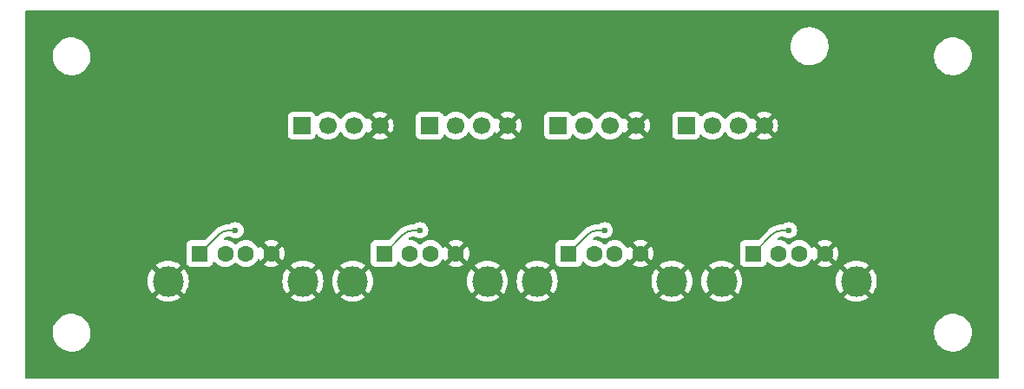
<source format=gbr>
%TF.GenerationSoftware,KiCad,Pcbnew,7.0.11-7.0.11~ubuntu22.04.1*%
%TF.CreationDate,2024-11-05T12:08:31+02:00*%
%TF.ProjectId,USB_Magic_Hub_Interface,5553425f-4d61-4676-9963-5f4875625f49,rev?*%
%TF.SameCoordinates,PX1036640PYe4e1c0*%
%TF.FileFunction,Copper,L2,Bot*%
%TF.FilePolarity,Positive*%
%FSLAX46Y46*%
G04 Gerber Fmt 4.6, Leading zero omitted, Abs format (unit mm)*
G04 Created by KiCad (PCBNEW 7.0.11-7.0.11~ubuntu22.04.1) date 2024-11-05 12:08:31*
%MOMM*%
%LPD*%
G01*
G04 APERTURE LIST*
%TA.AperFunction,ComponentPad*%
%ADD10R,1.600000X1.600000*%
%TD*%
%TA.AperFunction,ComponentPad*%
%ADD11C,1.600000*%
%TD*%
%TA.AperFunction,ComponentPad*%
%ADD12C,3.000000*%
%TD*%
%TA.AperFunction,ComponentPad*%
%ADD13R,1.700000X1.700000*%
%TD*%
%TA.AperFunction,ComponentPad*%
%ADD14C,1.700000*%
%TD*%
%TA.AperFunction,ViaPad*%
%ADD15C,0.600000*%
%TD*%
%TA.AperFunction,Conductor*%
%ADD16C,0.200000*%
%TD*%
G04 APERTURE END LIST*
D10*
%TO.P,J3,1,VBUS*%
%TO.N,/V3*%
X35500000Y-24260000D03*
D11*
%TO.P,J3,2,D-*%
%TO.N,/U3_D-*%
X38000000Y-24260000D03*
%TO.P,J3,3,D+*%
%TO.N,/U3_D+*%
X40000000Y-24260000D03*
%TO.P,J3,4,GND*%
%TO.N,/GND*%
X42500000Y-24260000D03*
D12*
%TO.P,J3,5,Shield*%
X32430000Y-26970000D03*
X45570000Y-26970000D03*
%TD*%
D13*
%TO.P,U5,1,4V*%
%TO.N,/V4*%
X27450000Y-11750000D03*
D14*
%TO.P,U5,2,4D-*%
%TO.N,/H4_D-*%
X29990000Y-11750000D03*
%TO.P,U5,3,4D+*%
%TO.N,/H4_D+*%
X32530000Y-11750000D03*
%TO.P,U5,4,4G*%
%TO.N,/GND*%
X35070000Y-11750000D03*
D13*
%TO.P,U5,5,3V*%
%TO.N,/V3*%
X39950000Y-11750000D03*
D14*
%TO.P,U5,6,3D-*%
%TO.N,/H3_D-*%
X42490000Y-11750000D03*
%TO.P,U5,7,3D+*%
%TO.N,/H3_D+*%
X45030000Y-11750000D03*
%TO.P,U5,8,3G*%
%TO.N,/GND*%
X47570000Y-11750000D03*
D13*
%TO.P,U5,9,2V*%
%TO.N,/V2*%
X52450000Y-11750000D03*
D14*
%TO.P,U5,10,2D-*%
%TO.N,/H2_D-*%
X54990000Y-11750000D03*
%TO.P,U5,11,2D+*%
%TO.N,/H2_D+*%
X57530000Y-11750000D03*
%TO.P,U5,12,2G*%
%TO.N,/GND*%
X60070000Y-11750000D03*
D13*
%TO.P,U5,13,1V*%
%TO.N,/V1*%
X64950000Y-11750000D03*
D14*
%TO.P,U5,14,1D-*%
%TO.N,/H1_D-*%
X67490000Y-11750000D03*
%TO.P,U5,15,1D+*%
%TO.N,/H1_D+*%
X70030000Y-11750000D03*
%TO.P,U5,16,1G*%
%TO.N,/GND*%
X72570000Y-11750000D03*
%TD*%
D10*
%TO.P,J1,1,VBUS*%
%TO.N,/V1*%
X71500000Y-24260000D03*
D11*
%TO.P,J1,2,D-*%
%TO.N,/U1_D-*%
X74000000Y-24260000D03*
%TO.P,J1,3,D+*%
%TO.N,/U1_D+*%
X76000000Y-24260000D03*
%TO.P,J1,4,GND*%
%TO.N,/GND*%
X78500000Y-24260000D03*
D12*
%TO.P,J1,5,Shield*%
X68430000Y-26970000D03*
X81570000Y-26970000D03*
%TD*%
D10*
%TO.P,J2,1,VBUS*%
%TO.N,/V2*%
X53500000Y-24260000D03*
D11*
%TO.P,J2,2,D-*%
%TO.N,/U2_D-*%
X56000000Y-24260000D03*
%TO.P,J2,3,D+*%
%TO.N,/U2_D+*%
X58000000Y-24260000D03*
%TO.P,J2,4,GND*%
%TO.N,/GND*%
X60500000Y-24260000D03*
D12*
%TO.P,J2,5,Shield*%
X50430000Y-26970000D03*
X63570000Y-26970000D03*
%TD*%
D10*
%TO.P,J4,1,VBUS*%
%TO.N,/V4*%
X17500000Y-24260000D03*
D11*
%TO.P,J4,2,D-*%
%TO.N,/U4_D-*%
X20000000Y-24260000D03*
%TO.P,J4,3,D+*%
%TO.N,/U4_D+*%
X22000000Y-24260000D03*
%TO.P,J4,4,GND*%
%TO.N,/GND*%
X24500000Y-24260000D03*
D12*
%TO.P,J4,5,Shield*%
X14430000Y-26970000D03*
X27570000Y-26970000D03*
%TD*%
D15*
%TO.N,/GND*%
X75000000Y-16000000D03*
X21000000Y-16000000D03*
X39000000Y-16000000D03*
X57000000Y-16000000D03*
%TO.N,/V1*%
X75000000Y-22000000D03*
%TO.N,/V2*%
X57000000Y-22000000D03*
%TO.N,/V3*%
X39000000Y-22000000D03*
%TO.N,/V4*%
X21000000Y-22000000D03*
%TD*%
D16*
%TO.N,/V4*%
X20380000Y-21999996D02*
G75*
G03*
X19321593Y-22438406I0J-1496804D01*
G01*
%TO.N,/V3*%
X38380000Y-21999996D02*
G75*
G03*
X37321593Y-22438406I0J-1496804D01*
G01*
%TO.N,/V2*%
X56380000Y-21999996D02*
G75*
G03*
X55321593Y-22438406I0J-1496804D01*
G01*
%TO.N,/V1*%
X74380000Y-21999996D02*
G75*
G03*
X73321593Y-22438406I0J-1496804D01*
G01*
X75000000Y-22000000D02*
X74380000Y-22000000D01*
X73321593Y-22438406D02*
X71500000Y-24260000D01*
%TO.N,/V2*%
X56380000Y-22000000D02*
X57000000Y-22000000D01*
X55321593Y-22438406D02*
X53500000Y-24260000D01*
%TO.N,/V3*%
X38380000Y-22000000D02*
X39000000Y-22000000D01*
X37321593Y-22438406D02*
X35500000Y-24260000D01*
%TO.N,/V4*%
X20380000Y-22000000D02*
X21000000Y-22000000D01*
X19321593Y-22438406D02*
X17500000Y-24260000D01*
%TD*%
%TA.AperFunction,Conductor*%
%TO.N,/GND*%
G36*
X95442539Y-520185D02*
G01*
X95488294Y-572989D01*
X95499500Y-624500D01*
X95499500Y-36375500D01*
X95479815Y-36442539D01*
X95427011Y-36488294D01*
X95375500Y-36499500D01*
X624500Y-36499500D01*
X557461Y-36479815D01*
X511706Y-36427011D01*
X500500Y-36375500D01*
X500500Y-32067763D01*
X3145787Y-32067763D01*
X3175413Y-32337013D01*
X3175415Y-32337024D01*
X3243926Y-32599082D01*
X3243928Y-32599088D01*
X3349870Y-32848390D01*
X3421998Y-32966575D01*
X3490979Y-33079605D01*
X3490986Y-33079615D01*
X3664253Y-33287819D01*
X3664259Y-33287824D01*
X3865998Y-33468582D01*
X4091910Y-33618044D01*
X4337176Y-33733020D01*
X4337183Y-33733022D01*
X4337185Y-33733023D01*
X4596557Y-33811057D01*
X4596564Y-33811058D01*
X4596569Y-33811060D01*
X4864561Y-33850500D01*
X4864566Y-33850500D01*
X5067629Y-33850500D01*
X5067631Y-33850500D01*
X5067636Y-33850499D01*
X5067648Y-33850499D01*
X5105191Y-33847750D01*
X5270156Y-33835677D01*
X5382758Y-33810593D01*
X5534546Y-33776782D01*
X5534548Y-33776781D01*
X5534553Y-33776780D01*
X5787558Y-33680014D01*
X6023777Y-33547441D01*
X6238177Y-33381888D01*
X6426186Y-33186881D01*
X6583799Y-32966579D01*
X6657787Y-32822669D01*
X6707649Y-32725690D01*
X6707651Y-32725684D01*
X6707656Y-32725675D01*
X6795118Y-32469305D01*
X6844319Y-32202933D01*
X6849259Y-32067763D01*
X89145787Y-32067763D01*
X89175413Y-32337013D01*
X89175415Y-32337024D01*
X89243926Y-32599082D01*
X89243928Y-32599088D01*
X89349870Y-32848390D01*
X89421998Y-32966575D01*
X89490979Y-33079605D01*
X89490986Y-33079615D01*
X89664253Y-33287819D01*
X89664259Y-33287824D01*
X89865998Y-33468582D01*
X90091910Y-33618044D01*
X90337176Y-33733020D01*
X90337183Y-33733022D01*
X90337185Y-33733023D01*
X90596557Y-33811057D01*
X90596564Y-33811058D01*
X90596569Y-33811060D01*
X90864561Y-33850500D01*
X90864566Y-33850500D01*
X91067629Y-33850500D01*
X91067631Y-33850500D01*
X91067636Y-33850499D01*
X91067648Y-33850499D01*
X91105191Y-33847750D01*
X91270156Y-33835677D01*
X91382758Y-33810593D01*
X91534546Y-33776782D01*
X91534548Y-33776781D01*
X91534553Y-33776780D01*
X91787558Y-33680014D01*
X92023777Y-33547441D01*
X92238177Y-33381888D01*
X92426186Y-33186881D01*
X92583799Y-32966579D01*
X92657787Y-32822669D01*
X92707649Y-32725690D01*
X92707651Y-32725684D01*
X92707656Y-32725675D01*
X92795118Y-32469305D01*
X92844319Y-32202933D01*
X92854212Y-31932235D01*
X92824586Y-31662982D01*
X92756072Y-31400912D01*
X92650130Y-31151610D01*
X92509018Y-30920390D01*
X92419747Y-30813119D01*
X92335746Y-30712180D01*
X92335740Y-30712175D01*
X92134002Y-30531418D01*
X91908092Y-30381957D01*
X91908090Y-30381956D01*
X91662824Y-30266980D01*
X91662819Y-30266978D01*
X91662814Y-30266976D01*
X91403442Y-30188942D01*
X91403428Y-30188939D01*
X91287791Y-30171921D01*
X91135439Y-30149500D01*
X90932369Y-30149500D01*
X90932351Y-30149500D01*
X90729844Y-30164323D01*
X90729831Y-30164325D01*
X90465453Y-30223217D01*
X90465446Y-30223220D01*
X90212439Y-30319987D01*
X89976226Y-30452557D01*
X89761822Y-30618112D01*
X89573822Y-30813109D01*
X89573816Y-30813116D01*
X89416202Y-31033419D01*
X89416199Y-31033424D01*
X89292350Y-31274309D01*
X89292343Y-31274327D01*
X89204884Y-31530685D01*
X89204881Y-31530699D01*
X89155681Y-31797068D01*
X89155680Y-31797075D01*
X89145787Y-32067763D01*
X6849259Y-32067763D01*
X6854212Y-31932235D01*
X6824586Y-31662982D01*
X6756072Y-31400912D01*
X6650130Y-31151610D01*
X6509018Y-30920390D01*
X6419747Y-30813119D01*
X6335746Y-30712180D01*
X6335740Y-30712175D01*
X6134002Y-30531418D01*
X5908092Y-30381957D01*
X5908090Y-30381956D01*
X5662824Y-30266980D01*
X5662819Y-30266978D01*
X5662814Y-30266976D01*
X5403442Y-30188942D01*
X5403428Y-30188939D01*
X5287791Y-30171921D01*
X5135439Y-30149500D01*
X4932369Y-30149500D01*
X4932351Y-30149500D01*
X4729844Y-30164323D01*
X4729831Y-30164325D01*
X4465453Y-30223217D01*
X4465446Y-30223220D01*
X4212439Y-30319987D01*
X3976226Y-30452557D01*
X3761822Y-30618112D01*
X3573822Y-30813109D01*
X3573816Y-30813116D01*
X3416202Y-31033419D01*
X3416199Y-31033424D01*
X3292350Y-31274309D01*
X3292343Y-31274327D01*
X3204884Y-31530685D01*
X3204881Y-31530699D01*
X3155681Y-31797068D01*
X3155680Y-31797075D01*
X3145787Y-32067763D01*
X500500Y-32067763D01*
X500500Y-26970001D01*
X12424891Y-26970001D01*
X12445300Y-27255362D01*
X12506109Y-27534895D01*
X12606091Y-27802958D01*
X12743191Y-28054038D01*
X12743196Y-28054046D01*
X12849882Y-28196561D01*
X12849883Y-28196562D01*
X13459438Y-27587006D01*
X13508348Y-27665999D01*
X13651931Y-27823501D01*
X13810388Y-27943163D01*
X13203436Y-28550115D01*
X13345960Y-28656807D01*
X13345961Y-28656808D01*
X13597042Y-28793908D01*
X13597041Y-28793908D01*
X13865104Y-28893890D01*
X14144637Y-28954699D01*
X14429999Y-28975109D01*
X14430001Y-28975109D01*
X14715362Y-28954699D01*
X14994895Y-28893890D01*
X15262958Y-28793908D01*
X15514047Y-28656803D01*
X15656561Y-28550116D01*
X15656562Y-28550115D01*
X15049611Y-27943163D01*
X15208069Y-27823501D01*
X15351652Y-27665999D01*
X15400560Y-27587007D01*
X16010115Y-28196562D01*
X16010116Y-28196561D01*
X16116803Y-28054047D01*
X16253908Y-27802958D01*
X16353890Y-27534895D01*
X16414699Y-27255362D01*
X16435109Y-26970001D01*
X25564891Y-26970001D01*
X25585300Y-27255362D01*
X25646109Y-27534895D01*
X25746091Y-27802958D01*
X25883191Y-28054038D01*
X25883196Y-28054046D01*
X25989882Y-28196561D01*
X25989883Y-28196562D01*
X26599438Y-27587006D01*
X26648348Y-27665999D01*
X26791931Y-27823501D01*
X26950388Y-27943163D01*
X26343436Y-28550115D01*
X26485960Y-28656807D01*
X26485961Y-28656808D01*
X26737042Y-28793908D01*
X26737041Y-28793908D01*
X27005104Y-28893890D01*
X27284637Y-28954699D01*
X27569999Y-28975109D01*
X27570001Y-28975109D01*
X27855362Y-28954699D01*
X28134895Y-28893890D01*
X28402958Y-28793908D01*
X28654047Y-28656803D01*
X28796561Y-28550116D01*
X28796562Y-28550115D01*
X28189611Y-27943163D01*
X28348069Y-27823501D01*
X28491652Y-27665999D01*
X28540560Y-27587007D01*
X29150115Y-28196562D01*
X29150116Y-28196561D01*
X29256803Y-28054047D01*
X29393908Y-27802958D01*
X29493890Y-27534895D01*
X29554699Y-27255362D01*
X29575109Y-26970001D01*
X30424891Y-26970001D01*
X30445300Y-27255362D01*
X30506109Y-27534895D01*
X30606091Y-27802958D01*
X30743191Y-28054038D01*
X30743196Y-28054046D01*
X30849882Y-28196561D01*
X30849883Y-28196562D01*
X31459438Y-27587006D01*
X31508348Y-27665999D01*
X31651931Y-27823501D01*
X31810388Y-27943163D01*
X31203436Y-28550115D01*
X31345960Y-28656807D01*
X31345961Y-28656808D01*
X31597042Y-28793908D01*
X31597041Y-28793908D01*
X31865104Y-28893890D01*
X32144637Y-28954699D01*
X32429999Y-28975109D01*
X32430001Y-28975109D01*
X32715362Y-28954699D01*
X32994895Y-28893890D01*
X33262958Y-28793908D01*
X33514047Y-28656803D01*
X33656561Y-28550116D01*
X33656562Y-28550115D01*
X33049611Y-27943163D01*
X33208069Y-27823501D01*
X33351652Y-27665999D01*
X33400560Y-27587007D01*
X34010115Y-28196562D01*
X34010116Y-28196561D01*
X34116803Y-28054047D01*
X34253908Y-27802958D01*
X34353890Y-27534895D01*
X34414699Y-27255362D01*
X34435109Y-26970001D01*
X43564891Y-26970001D01*
X43585300Y-27255362D01*
X43646109Y-27534895D01*
X43746091Y-27802958D01*
X43883191Y-28054038D01*
X43883196Y-28054046D01*
X43989882Y-28196561D01*
X43989883Y-28196562D01*
X44599438Y-27587006D01*
X44648348Y-27665999D01*
X44791931Y-27823501D01*
X44950388Y-27943163D01*
X44343436Y-28550115D01*
X44485960Y-28656807D01*
X44485961Y-28656808D01*
X44737042Y-28793908D01*
X44737041Y-28793908D01*
X45005104Y-28893890D01*
X45284637Y-28954699D01*
X45569999Y-28975109D01*
X45570001Y-28975109D01*
X45855362Y-28954699D01*
X46134895Y-28893890D01*
X46402958Y-28793908D01*
X46654047Y-28656803D01*
X46796561Y-28550116D01*
X46796562Y-28550115D01*
X46189611Y-27943163D01*
X46348069Y-27823501D01*
X46491652Y-27665999D01*
X46540560Y-27587007D01*
X47150115Y-28196562D01*
X47150116Y-28196561D01*
X47256803Y-28054047D01*
X47393908Y-27802958D01*
X47493890Y-27534895D01*
X47554699Y-27255362D01*
X47575109Y-26970001D01*
X48424891Y-26970001D01*
X48445300Y-27255362D01*
X48506109Y-27534895D01*
X48606091Y-27802958D01*
X48743191Y-28054038D01*
X48743196Y-28054046D01*
X48849882Y-28196561D01*
X48849883Y-28196562D01*
X49459438Y-27587006D01*
X49508348Y-27665999D01*
X49651931Y-27823501D01*
X49810388Y-27943163D01*
X49203436Y-28550115D01*
X49345960Y-28656807D01*
X49345961Y-28656808D01*
X49597042Y-28793908D01*
X49597041Y-28793908D01*
X49865104Y-28893890D01*
X50144637Y-28954699D01*
X50429999Y-28975109D01*
X50430001Y-28975109D01*
X50715362Y-28954699D01*
X50994895Y-28893890D01*
X51262958Y-28793908D01*
X51514047Y-28656803D01*
X51656561Y-28550116D01*
X51656562Y-28550115D01*
X51049611Y-27943163D01*
X51208069Y-27823501D01*
X51351652Y-27665999D01*
X51400560Y-27587007D01*
X52010115Y-28196562D01*
X52010116Y-28196561D01*
X52116803Y-28054047D01*
X52253908Y-27802958D01*
X52353890Y-27534895D01*
X52414699Y-27255362D01*
X52435109Y-26970001D01*
X61564891Y-26970001D01*
X61585300Y-27255362D01*
X61646109Y-27534895D01*
X61746091Y-27802958D01*
X61883191Y-28054038D01*
X61883196Y-28054046D01*
X61989882Y-28196561D01*
X61989883Y-28196562D01*
X62599438Y-27587006D01*
X62648348Y-27665999D01*
X62791931Y-27823501D01*
X62950388Y-27943163D01*
X62343436Y-28550115D01*
X62485960Y-28656807D01*
X62485961Y-28656808D01*
X62737042Y-28793908D01*
X62737041Y-28793908D01*
X63005104Y-28893890D01*
X63284637Y-28954699D01*
X63569999Y-28975109D01*
X63570001Y-28975109D01*
X63855362Y-28954699D01*
X64134895Y-28893890D01*
X64402958Y-28793908D01*
X64654047Y-28656803D01*
X64796561Y-28550116D01*
X64796562Y-28550115D01*
X64189611Y-27943163D01*
X64348069Y-27823501D01*
X64491652Y-27665999D01*
X64540560Y-27587007D01*
X65150115Y-28196562D01*
X65150116Y-28196561D01*
X65256803Y-28054047D01*
X65393908Y-27802958D01*
X65493890Y-27534895D01*
X65554699Y-27255362D01*
X65575109Y-26970001D01*
X66424891Y-26970001D01*
X66445300Y-27255362D01*
X66506109Y-27534895D01*
X66606091Y-27802958D01*
X66743191Y-28054038D01*
X66743196Y-28054046D01*
X66849882Y-28196561D01*
X66849883Y-28196562D01*
X67459438Y-27587006D01*
X67508348Y-27665999D01*
X67651931Y-27823501D01*
X67810388Y-27943163D01*
X67203436Y-28550115D01*
X67345960Y-28656807D01*
X67345961Y-28656808D01*
X67597042Y-28793908D01*
X67597041Y-28793908D01*
X67865104Y-28893890D01*
X68144637Y-28954699D01*
X68429999Y-28975109D01*
X68430001Y-28975109D01*
X68715362Y-28954699D01*
X68994895Y-28893890D01*
X69262958Y-28793908D01*
X69514047Y-28656803D01*
X69656561Y-28550116D01*
X69656562Y-28550115D01*
X69049611Y-27943163D01*
X69208069Y-27823501D01*
X69351652Y-27665999D01*
X69400560Y-27587007D01*
X70010115Y-28196562D01*
X70010116Y-28196561D01*
X70116803Y-28054047D01*
X70253908Y-27802958D01*
X70353890Y-27534895D01*
X70414699Y-27255362D01*
X70435109Y-26970001D01*
X79564891Y-26970001D01*
X79585300Y-27255362D01*
X79646109Y-27534895D01*
X79746091Y-27802958D01*
X79883191Y-28054038D01*
X79883196Y-28054046D01*
X79989882Y-28196561D01*
X79989883Y-28196562D01*
X80599438Y-27587006D01*
X80648348Y-27665999D01*
X80791931Y-27823501D01*
X80950388Y-27943163D01*
X80343436Y-28550115D01*
X80485960Y-28656807D01*
X80485961Y-28656808D01*
X80737042Y-28793908D01*
X80737041Y-28793908D01*
X81005104Y-28893890D01*
X81284637Y-28954699D01*
X81569999Y-28975109D01*
X81570001Y-28975109D01*
X81855362Y-28954699D01*
X82134895Y-28893890D01*
X82402958Y-28793908D01*
X82654047Y-28656803D01*
X82796561Y-28550116D01*
X82796562Y-28550115D01*
X82189611Y-27943163D01*
X82348069Y-27823501D01*
X82491652Y-27665999D01*
X82540560Y-27587007D01*
X83150115Y-28196562D01*
X83150116Y-28196561D01*
X83256803Y-28054047D01*
X83393908Y-27802958D01*
X83493890Y-27534895D01*
X83554699Y-27255362D01*
X83575109Y-26970001D01*
X83575109Y-26969998D01*
X83554699Y-26684637D01*
X83493890Y-26405104D01*
X83393908Y-26137041D01*
X83256808Y-25885961D01*
X83256807Y-25885960D01*
X83150115Y-25743436D01*
X82540560Y-26352991D01*
X82491652Y-26274001D01*
X82348069Y-26116499D01*
X82189610Y-25996835D01*
X82796562Y-25389883D01*
X82796561Y-25389882D01*
X82654046Y-25283196D01*
X82654038Y-25283191D01*
X82402957Y-25146091D01*
X82402958Y-25146091D01*
X82134895Y-25046109D01*
X81855362Y-24985300D01*
X81570001Y-24964891D01*
X81569999Y-24964891D01*
X81284637Y-24985300D01*
X81005104Y-25046109D01*
X80737041Y-25146091D01*
X80485961Y-25283191D01*
X80485953Y-25283196D01*
X80343437Y-25389882D01*
X80343436Y-25389883D01*
X80950389Y-25996835D01*
X80791931Y-26116499D01*
X80648348Y-26274001D01*
X80599439Y-26352992D01*
X79989883Y-25743436D01*
X79989882Y-25743437D01*
X79883196Y-25885953D01*
X79883191Y-25885961D01*
X79746091Y-26137041D01*
X79646109Y-26405104D01*
X79585300Y-26684637D01*
X79564891Y-26969998D01*
X79564891Y-26970001D01*
X70435109Y-26970001D01*
X70435109Y-26969998D01*
X70414699Y-26684637D01*
X70353890Y-26405104D01*
X70253908Y-26137041D01*
X70116808Y-25885961D01*
X70116807Y-25885960D01*
X70010115Y-25743436D01*
X69400560Y-26352991D01*
X69351652Y-26274001D01*
X69208069Y-26116499D01*
X69049610Y-25996835D01*
X69656562Y-25389883D01*
X69656561Y-25389882D01*
X69514046Y-25283196D01*
X69514038Y-25283191D01*
X69262957Y-25146091D01*
X69262958Y-25146091D01*
X69160483Y-25107870D01*
X70199500Y-25107870D01*
X70199501Y-25107876D01*
X70205908Y-25167483D01*
X70256202Y-25302328D01*
X70256206Y-25302335D01*
X70342452Y-25417544D01*
X70342455Y-25417547D01*
X70457664Y-25503793D01*
X70457671Y-25503797D01*
X70592517Y-25554091D01*
X70592516Y-25554091D01*
X70599444Y-25554835D01*
X70652127Y-25560500D01*
X72347872Y-25560499D01*
X72407483Y-25554091D01*
X72542331Y-25503796D01*
X72657546Y-25417546D01*
X72743796Y-25302331D01*
X72794091Y-25167483D01*
X72794092Y-25167472D01*
X72795365Y-25162088D01*
X72829933Y-25101369D01*
X72891841Y-25068978D01*
X72961433Y-25075199D01*
X73003725Y-25102912D01*
X73160858Y-25260045D01*
X73160861Y-25260047D01*
X73347266Y-25390568D01*
X73553504Y-25486739D01*
X73773308Y-25545635D01*
X73935230Y-25559801D01*
X73999998Y-25565468D01*
X74000000Y-25565468D01*
X74000002Y-25565468D01*
X74056807Y-25560498D01*
X74226692Y-25545635D01*
X74446496Y-25486739D01*
X74652734Y-25390568D01*
X74839139Y-25260047D01*
X74912320Y-25186865D01*
X74973641Y-25153382D01*
X75043333Y-25158366D01*
X75087679Y-25186865D01*
X75160861Y-25260047D01*
X75347266Y-25390568D01*
X75553504Y-25486739D01*
X75773308Y-25545635D01*
X75935230Y-25559801D01*
X75999998Y-25565468D01*
X76000000Y-25565468D01*
X76000002Y-25565468D01*
X76056807Y-25560498D01*
X76226692Y-25545635D01*
X76446496Y-25486739D01*
X76652734Y-25390568D01*
X76839139Y-25260047D01*
X77000047Y-25099139D01*
X77130568Y-24912734D01*
X77137893Y-24897024D01*
X77184064Y-24844586D01*
X77251257Y-24825433D01*
X77318138Y-24845648D01*
X77362657Y-24897024D01*
X77369864Y-24912480D01*
X77420974Y-24985472D01*
X78046220Y-24360226D01*
X78046467Y-24363516D01*
X78097128Y-24492598D01*
X78183586Y-24601013D01*
X78298159Y-24679127D01*
X78402301Y-24711250D01*
X77774526Y-25339025D01*
X77847513Y-25390132D01*
X77847521Y-25390136D01*
X78053668Y-25486264D01*
X78053682Y-25486269D01*
X78273389Y-25545139D01*
X78273400Y-25545141D01*
X78499998Y-25564966D01*
X78500002Y-25564966D01*
X78726599Y-25545141D01*
X78726610Y-25545139D01*
X78946317Y-25486269D01*
X78946331Y-25486264D01*
X79152478Y-25390136D01*
X79225471Y-25339024D01*
X78597019Y-24710572D01*
X78637119Y-24704529D01*
X78762054Y-24644363D01*
X78863705Y-24550045D01*
X78933039Y-24429955D01*
X78949850Y-24356297D01*
X79579024Y-24985471D01*
X79630136Y-24912478D01*
X79726264Y-24706331D01*
X79726269Y-24706317D01*
X79785139Y-24486610D01*
X79785141Y-24486599D01*
X79804966Y-24260002D01*
X79804966Y-24259997D01*
X79785141Y-24033400D01*
X79785139Y-24033389D01*
X79726269Y-23813682D01*
X79726264Y-23813668D01*
X79630136Y-23607521D01*
X79630132Y-23607513D01*
X79579025Y-23534526D01*
X78953779Y-24159772D01*
X78953533Y-24156484D01*
X78902872Y-24027402D01*
X78816414Y-23918987D01*
X78701841Y-23840873D01*
X78597698Y-23808749D01*
X79225472Y-23180974D01*
X79152478Y-23129863D01*
X78946331Y-23033735D01*
X78946317Y-23033730D01*
X78726610Y-22974860D01*
X78726599Y-22974858D01*
X78500002Y-22955034D01*
X78499998Y-22955034D01*
X78273400Y-22974858D01*
X78273389Y-22974860D01*
X78053682Y-23033730D01*
X78053673Y-23033734D01*
X77847516Y-23129866D01*
X77847512Y-23129868D01*
X77774526Y-23180973D01*
X77774526Y-23180974D01*
X78402980Y-23809427D01*
X78362881Y-23815471D01*
X78237946Y-23875637D01*
X78136295Y-23969955D01*
X78066961Y-24090045D01*
X78050149Y-24163701D01*
X77420974Y-23534526D01*
X77420973Y-23534526D01*
X77369868Y-23607512D01*
X77369867Y-23607514D01*
X77362656Y-23622979D01*
X77316482Y-23675417D01*
X77249288Y-23694567D01*
X77182407Y-23674350D01*
X77137893Y-23622976D01*
X77130568Y-23607266D01*
X77000047Y-23420861D01*
X77000045Y-23420858D01*
X76839141Y-23259954D01*
X76652734Y-23129432D01*
X76652732Y-23129431D01*
X76446497Y-23033261D01*
X76446488Y-23033258D01*
X76226697Y-22974366D01*
X76226693Y-22974365D01*
X76226692Y-22974365D01*
X76226691Y-22974364D01*
X76226686Y-22974364D01*
X76000002Y-22954532D01*
X75999998Y-22954532D01*
X75773313Y-22974364D01*
X75773302Y-22974366D01*
X75553511Y-23033258D01*
X75553502Y-23033261D01*
X75347267Y-23129431D01*
X75347265Y-23129432D01*
X75160858Y-23259954D01*
X75087681Y-23333132D01*
X75026358Y-23366617D01*
X74956666Y-23361633D01*
X74912319Y-23333132D01*
X74839141Y-23259954D01*
X74652734Y-23129432D01*
X74652732Y-23129431D01*
X74446497Y-23033261D01*
X74446488Y-23033258D01*
X74226697Y-22974366D01*
X74226693Y-22974365D01*
X74226692Y-22974365D01*
X74226691Y-22974364D01*
X74226686Y-22974364D01*
X74000002Y-22954532D01*
X73994586Y-22954532D01*
X73994586Y-22952063D01*
X73936164Y-22940012D01*
X73886230Y-22891141D01*
X73870644Y-22823032D01*
X73894355Y-22757309D01*
X73929625Y-22724820D01*
X73964763Y-22703287D01*
X73982095Y-22694456D01*
X74094011Y-22648098D01*
X74112508Y-22642088D01*
X74230300Y-22613808D01*
X74249511Y-22610765D01*
X74375095Y-22600881D01*
X74384824Y-22600500D01*
X74417588Y-22600500D01*
X74484627Y-22620185D01*
X74494903Y-22627555D01*
X74497736Y-22629814D01*
X74497738Y-22629816D01*
X74600610Y-22694455D01*
X74648932Y-22724818D01*
X74650478Y-22725789D01*
X74820745Y-22785368D01*
X74820750Y-22785369D01*
X74999996Y-22805565D01*
X75000000Y-22805565D01*
X75000004Y-22805565D01*
X75179249Y-22785369D01*
X75179252Y-22785368D01*
X75179255Y-22785368D01*
X75349522Y-22725789D01*
X75502262Y-22629816D01*
X75629816Y-22502262D01*
X75725789Y-22349522D01*
X75785368Y-22179255D01*
X75805565Y-22000000D01*
X75785368Y-21820745D01*
X75725789Y-21650478D01*
X75629816Y-21497738D01*
X75502262Y-21370184D01*
X75349523Y-21274211D01*
X75179254Y-21214631D01*
X75179249Y-21214630D01*
X75000004Y-21194435D01*
X74999996Y-21194435D01*
X74820750Y-21214630D01*
X74820745Y-21214631D01*
X74650476Y-21274211D01*
X74497736Y-21370185D01*
X74494908Y-21372441D01*
X74492733Y-21373328D01*
X74491842Y-21373889D01*
X74491743Y-21373732D01*
X74430222Y-21398851D01*
X74417593Y-21399496D01*
X74262212Y-21399496D01*
X74028144Y-21425869D01*
X74028132Y-21425871D01*
X73798479Y-21478288D01*
X73798470Y-21478290D01*
X73576132Y-21556090D01*
X73576118Y-21556096D01*
X73363877Y-21658307D01*
X73164433Y-21783628D01*
X72980257Y-21930505D01*
X72910763Y-22000001D01*
X72910762Y-22000001D01*
X71987582Y-22923181D01*
X71926259Y-22956666D01*
X71899901Y-22959500D01*
X70652129Y-22959500D01*
X70652123Y-22959501D01*
X70592516Y-22965908D01*
X70457671Y-23016202D01*
X70457664Y-23016206D01*
X70342455Y-23102452D01*
X70342452Y-23102455D01*
X70256206Y-23217664D01*
X70256202Y-23217671D01*
X70205908Y-23352517D01*
X70199501Y-23412116D01*
X70199500Y-23412135D01*
X70199500Y-25107870D01*
X69160483Y-25107870D01*
X68994895Y-25046109D01*
X68715362Y-24985300D01*
X68430001Y-24964891D01*
X68429999Y-24964891D01*
X68144637Y-24985300D01*
X67865104Y-25046109D01*
X67597041Y-25146091D01*
X67345961Y-25283191D01*
X67345953Y-25283196D01*
X67203437Y-25389882D01*
X67203436Y-25389883D01*
X67810389Y-25996835D01*
X67651931Y-26116499D01*
X67508348Y-26274001D01*
X67459439Y-26352992D01*
X66849883Y-25743436D01*
X66849882Y-25743437D01*
X66743196Y-25885953D01*
X66743191Y-25885961D01*
X66606091Y-26137041D01*
X66506109Y-26405104D01*
X66445300Y-26684637D01*
X66424891Y-26969998D01*
X66424891Y-26970001D01*
X65575109Y-26970001D01*
X65575109Y-26969998D01*
X65554699Y-26684637D01*
X65493890Y-26405104D01*
X65393908Y-26137041D01*
X65256808Y-25885961D01*
X65256807Y-25885960D01*
X65150115Y-25743436D01*
X64540560Y-26352991D01*
X64491652Y-26274001D01*
X64348069Y-26116499D01*
X64189610Y-25996835D01*
X64796562Y-25389883D01*
X64796561Y-25389882D01*
X64654046Y-25283196D01*
X64654038Y-25283191D01*
X64402957Y-25146091D01*
X64402958Y-25146091D01*
X64134895Y-25046109D01*
X63855362Y-24985300D01*
X63570001Y-24964891D01*
X63569999Y-24964891D01*
X63284637Y-24985300D01*
X63005104Y-25046109D01*
X62737041Y-25146091D01*
X62485961Y-25283191D01*
X62485953Y-25283196D01*
X62343437Y-25389882D01*
X62343436Y-25389883D01*
X62950389Y-25996835D01*
X62791931Y-26116499D01*
X62648348Y-26274001D01*
X62599439Y-26352992D01*
X61989883Y-25743436D01*
X61989882Y-25743437D01*
X61883196Y-25885953D01*
X61883191Y-25885961D01*
X61746091Y-26137041D01*
X61646109Y-26405104D01*
X61585300Y-26684637D01*
X61564891Y-26969998D01*
X61564891Y-26970001D01*
X52435109Y-26970001D01*
X52435109Y-26969998D01*
X52414699Y-26684637D01*
X52353890Y-26405104D01*
X52253908Y-26137041D01*
X52116808Y-25885961D01*
X52116807Y-25885960D01*
X52010115Y-25743436D01*
X51400560Y-26352991D01*
X51351652Y-26274001D01*
X51208069Y-26116499D01*
X51049610Y-25996835D01*
X51656562Y-25389883D01*
X51656561Y-25389882D01*
X51514046Y-25283196D01*
X51514038Y-25283191D01*
X51262957Y-25146091D01*
X51262958Y-25146091D01*
X51160483Y-25107870D01*
X52199500Y-25107870D01*
X52199501Y-25107876D01*
X52205908Y-25167483D01*
X52256202Y-25302328D01*
X52256206Y-25302335D01*
X52342452Y-25417544D01*
X52342455Y-25417547D01*
X52457664Y-25503793D01*
X52457671Y-25503797D01*
X52592517Y-25554091D01*
X52592516Y-25554091D01*
X52599444Y-25554835D01*
X52652127Y-25560500D01*
X54347872Y-25560499D01*
X54407483Y-25554091D01*
X54542331Y-25503796D01*
X54657546Y-25417546D01*
X54743796Y-25302331D01*
X54794091Y-25167483D01*
X54794092Y-25167472D01*
X54795365Y-25162088D01*
X54829933Y-25101369D01*
X54891841Y-25068978D01*
X54961433Y-25075199D01*
X55003725Y-25102912D01*
X55160858Y-25260045D01*
X55160861Y-25260047D01*
X55347266Y-25390568D01*
X55553504Y-25486739D01*
X55773308Y-25545635D01*
X55935230Y-25559801D01*
X55999998Y-25565468D01*
X56000000Y-25565468D01*
X56000002Y-25565468D01*
X56056807Y-25560498D01*
X56226692Y-25545635D01*
X56446496Y-25486739D01*
X56652734Y-25390568D01*
X56839139Y-25260047D01*
X56912320Y-25186865D01*
X56973641Y-25153382D01*
X57043333Y-25158366D01*
X57087679Y-25186865D01*
X57160861Y-25260047D01*
X57347266Y-25390568D01*
X57553504Y-25486739D01*
X57773308Y-25545635D01*
X57935230Y-25559801D01*
X57999998Y-25565468D01*
X58000000Y-25565468D01*
X58000002Y-25565468D01*
X58056807Y-25560498D01*
X58226692Y-25545635D01*
X58446496Y-25486739D01*
X58652734Y-25390568D01*
X58839139Y-25260047D01*
X59000047Y-25099139D01*
X59130568Y-24912734D01*
X59137893Y-24897024D01*
X59184064Y-24844586D01*
X59251257Y-24825433D01*
X59318138Y-24845648D01*
X59362657Y-24897024D01*
X59369864Y-24912480D01*
X59420974Y-24985472D01*
X60046220Y-24360226D01*
X60046467Y-24363516D01*
X60097128Y-24492598D01*
X60183586Y-24601013D01*
X60298159Y-24679127D01*
X60402301Y-24711250D01*
X59774526Y-25339025D01*
X59847513Y-25390132D01*
X59847521Y-25390136D01*
X60053668Y-25486264D01*
X60053682Y-25486269D01*
X60273389Y-25545139D01*
X60273400Y-25545141D01*
X60499998Y-25564966D01*
X60500002Y-25564966D01*
X60726599Y-25545141D01*
X60726610Y-25545139D01*
X60946317Y-25486269D01*
X60946331Y-25486264D01*
X61152478Y-25390136D01*
X61225471Y-25339024D01*
X60597019Y-24710572D01*
X60637119Y-24704529D01*
X60762054Y-24644363D01*
X60863705Y-24550045D01*
X60933039Y-24429955D01*
X60949850Y-24356297D01*
X61579024Y-24985471D01*
X61630136Y-24912478D01*
X61726264Y-24706331D01*
X61726269Y-24706317D01*
X61785139Y-24486610D01*
X61785141Y-24486599D01*
X61804966Y-24260002D01*
X61804966Y-24259997D01*
X61785141Y-24033400D01*
X61785139Y-24033389D01*
X61726269Y-23813682D01*
X61726264Y-23813668D01*
X61630136Y-23607521D01*
X61630132Y-23607513D01*
X61579025Y-23534526D01*
X60953779Y-24159772D01*
X60953533Y-24156484D01*
X60902872Y-24027402D01*
X60816414Y-23918987D01*
X60701841Y-23840873D01*
X60597698Y-23808749D01*
X61225472Y-23180974D01*
X61152478Y-23129863D01*
X60946331Y-23033735D01*
X60946317Y-23033730D01*
X60726610Y-22974860D01*
X60726599Y-22974858D01*
X60500002Y-22955034D01*
X60499998Y-22955034D01*
X60273400Y-22974858D01*
X60273389Y-22974860D01*
X60053682Y-23033730D01*
X60053673Y-23033734D01*
X59847516Y-23129866D01*
X59847512Y-23129868D01*
X59774526Y-23180973D01*
X59774526Y-23180974D01*
X60402980Y-23809427D01*
X60362881Y-23815471D01*
X60237946Y-23875637D01*
X60136295Y-23969955D01*
X60066961Y-24090045D01*
X60050149Y-24163701D01*
X59420974Y-23534526D01*
X59420973Y-23534526D01*
X59369868Y-23607512D01*
X59369867Y-23607514D01*
X59362656Y-23622979D01*
X59316482Y-23675417D01*
X59249288Y-23694567D01*
X59182407Y-23674350D01*
X59137893Y-23622976D01*
X59130568Y-23607266D01*
X59000047Y-23420861D01*
X59000045Y-23420858D01*
X58839141Y-23259954D01*
X58652734Y-23129432D01*
X58652732Y-23129431D01*
X58446497Y-23033261D01*
X58446488Y-23033258D01*
X58226697Y-22974366D01*
X58226693Y-22974365D01*
X58226692Y-22974365D01*
X58226691Y-22974364D01*
X58226686Y-22974364D01*
X58000002Y-22954532D01*
X57999998Y-22954532D01*
X57773313Y-22974364D01*
X57773302Y-22974366D01*
X57553511Y-23033258D01*
X57553502Y-23033261D01*
X57347267Y-23129431D01*
X57347265Y-23129432D01*
X57160858Y-23259954D01*
X57087681Y-23333132D01*
X57026358Y-23366617D01*
X56956666Y-23361633D01*
X56912319Y-23333132D01*
X56839141Y-23259954D01*
X56652734Y-23129432D01*
X56652732Y-23129431D01*
X56446497Y-23033261D01*
X56446488Y-23033258D01*
X56226697Y-22974366D01*
X56226693Y-22974365D01*
X56226692Y-22974365D01*
X56226691Y-22974364D01*
X56226686Y-22974364D01*
X56000002Y-22954532D01*
X55994586Y-22954532D01*
X55994586Y-22952063D01*
X55936164Y-22940012D01*
X55886230Y-22891141D01*
X55870644Y-22823032D01*
X55894355Y-22757309D01*
X55929625Y-22724820D01*
X55964763Y-22703287D01*
X55982095Y-22694456D01*
X56094011Y-22648098D01*
X56112508Y-22642088D01*
X56230300Y-22613808D01*
X56249511Y-22610765D01*
X56375095Y-22600881D01*
X56384824Y-22600500D01*
X56417588Y-22600500D01*
X56484627Y-22620185D01*
X56494903Y-22627555D01*
X56497736Y-22629814D01*
X56497738Y-22629816D01*
X56600610Y-22694455D01*
X56648932Y-22724818D01*
X56650478Y-22725789D01*
X56820745Y-22785368D01*
X56820750Y-22785369D01*
X56999996Y-22805565D01*
X57000000Y-22805565D01*
X57000004Y-22805565D01*
X57179249Y-22785369D01*
X57179252Y-22785368D01*
X57179255Y-22785368D01*
X57349522Y-22725789D01*
X57502262Y-22629816D01*
X57629816Y-22502262D01*
X57725789Y-22349522D01*
X57785368Y-22179255D01*
X57805565Y-22000000D01*
X57785368Y-21820745D01*
X57725789Y-21650478D01*
X57629816Y-21497738D01*
X57502262Y-21370184D01*
X57349523Y-21274211D01*
X57179254Y-21214631D01*
X57179249Y-21214630D01*
X57000004Y-21194435D01*
X56999996Y-21194435D01*
X56820750Y-21214630D01*
X56820745Y-21214631D01*
X56650476Y-21274211D01*
X56497736Y-21370185D01*
X56494908Y-21372441D01*
X56492733Y-21373328D01*
X56491842Y-21373889D01*
X56491743Y-21373732D01*
X56430222Y-21398851D01*
X56417593Y-21399496D01*
X56262212Y-21399496D01*
X56028144Y-21425869D01*
X56028132Y-21425871D01*
X55798479Y-21478288D01*
X55798470Y-21478290D01*
X55576132Y-21556090D01*
X55576118Y-21556096D01*
X55363877Y-21658307D01*
X55164433Y-21783628D01*
X54980257Y-21930505D01*
X54910763Y-22000001D01*
X54910762Y-22000001D01*
X53987582Y-22923181D01*
X53926259Y-22956666D01*
X53899901Y-22959500D01*
X52652129Y-22959500D01*
X52652123Y-22959501D01*
X52592516Y-22965908D01*
X52457671Y-23016202D01*
X52457664Y-23016206D01*
X52342455Y-23102452D01*
X52342452Y-23102455D01*
X52256206Y-23217664D01*
X52256202Y-23217671D01*
X52205908Y-23352517D01*
X52199501Y-23412116D01*
X52199500Y-23412135D01*
X52199500Y-25107870D01*
X51160483Y-25107870D01*
X50994895Y-25046109D01*
X50715362Y-24985300D01*
X50430001Y-24964891D01*
X50429999Y-24964891D01*
X50144637Y-24985300D01*
X49865104Y-25046109D01*
X49597041Y-25146091D01*
X49345961Y-25283191D01*
X49345953Y-25283196D01*
X49203437Y-25389882D01*
X49203436Y-25389883D01*
X49810389Y-25996835D01*
X49651931Y-26116499D01*
X49508348Y-26274001D01*
X49459439Y-26352992D01*
X48849883Y-25743436D01*
X48849882Y-25743437D01*
X48743196Y-25885953D01*
X48743191Y-25885961D01*
X48606091Y-26137041D01*
X48506109Y-26405104D01*
X48445300Y-26684637D01*
X48424891Y-26969998D01*
X48424891Y-26970001D01*
X47575109Y-26970001D01*
X47575109Y-26969998D01*
X47554699Y-26684637D01*
X47493890Y-26405104D01*
X47393908Y-26137041D01*
X47256808Y-25885961D01*
X47256807Y-25885960D01*
X47150115Y-25743436D01*
X46540560Y-26352991D01*
X46491652Y-26274001D01*
X46348069Y-26116499D01*
X46189610Y-25996835D01*
X46796562Y-25389883D01*
X46796561Y-25389882D01*
X46654046Y-25283196D01*
X46654038Y-25283191D01*
X46402957Y-25146091D01*
X46402958Y-25146091D01*
X46134895Y-25046109D01*
X45855362Y-24985300D01*
X45570001Y-24964891D01*
X45569999Y-24964891D01*
X45284637Y-24985300D01*
X45005104Y-25046109D01*
X44737041Y-25146091D01*
X44485961Y-25283191D01*
X44485953Y-25283196D01*
X44343437Y-25389882D01*
X44343436Y-25389883D01*
X44950389Y-25996835D01*
X44791931Y-26116499D01*
X44648348Y-26274001D01*
X44599439Y-26352992D01*
X43989883Y-25743436D01*
X43989882Y-25743437D01*
X43883196Y-25885953D01*
X43883191Y-25885961D01*
X43746091Y-26137041D01*
X43646109Y-26405104D01*
X43585300Y-26684637D01*
X43564891Y-26969998D01*
X43564891Y-26970001D01*
X34435109Y-26970001D01*
X34435109Y-26969998D01*
X34414699Y-26684637D01*
X34353890Y-26405104D01*
X34253908Y-26137041D01*
X34116808Y-25885961D01*
X34116807Y-25885960D01*
X34010115Y-25743436D01*
X33400560Y-26352991D01*
X33351652Y-26274001D01*
X33208069Y-26116499D01*
X33049610Y-25996835D01*
X33656562Y-25389883D01*
X33656561Y-25389882D01*
X33514046Y-25283196D01*
X33514038Y-25283191D01*
X33262957Y-25146091D01*
X33262958Y-25146091D01*
X33160483Y-25107870D01*
X34199500Y-25107870D01*
X34199501Y-25107876D01*
X34205908Y-25167483D01*
X34256202Y-25302328D01*
X34256206Y-25302335D01*
X34342452Y-25417544D01*
X34342455Y-25417547D01*
X34457664Y-25503793D01*
X34457671Y-25503797D01*
X34592517Y-25554091D01*
X34592516Y-25554091D01*
X34599444Y-25554835D01*
X34652127Y-25560500D01*
X36347872Y-25560499D01*
X36407483Y-25554091D01*
X36542331Y-25503796D01*
X36657546Y-25417546D01*
X36743796Y-25302331D01*
X36794091Y-25167483D01*
X36794092Y-25167472D01*
X36795365Y-25162088D01*
X36829933Y-25101369D01*
X36891841Y-25068978D01*
X36961433Y-25075199D01*
X37003725Y-25102912D01*
X37160858Y-25260045D01*
X37160861Y-25260047D01*
X37347266Y-25390568D01*
X37553504Y-25486739D01*
X37773308Y-25545635D01*
X37935230Y-25559801D01*
X37999998Y-25565468D01*
X38000000Y-25565468D01*
X38000002Y-25565468D01*
X38056807Y-25560498D01*
X38226692Y-25545635D01*
X38446496Y-25486739D01*
X38652734Y-25390568D01*
X38839139Y-25260047D01*
X38912320Y-25186865D01*
X38973641Y-25153382D01*
X39043333Y-25158366D01*
X39087679Y-25186865D01*
X39160861Y-25260047D01*
X39347266Y-25390568D01*
X39553504Y-25486739D01*
X39773308Y-25545635D01*
X39935230Y-25559801D01*
X39999998Y-25565468D01*
X40000000Y-25565468D01*
X40000002Y-25565468D01*
X40056807Y-25560498D01*
X40226692Y-25545635D01*
X40446496Y-25486739D01*
X40652734Y-25390568D01*
X40839139Y-25260047D01*
X41000047Y-25099139D01*
X41130568Y-24912734D01*
X41137893Y-24897024D01*
X41184064Y-24844586D01*
X41251257Y-24825433D01*
X41318138Y-24845648D01*
X41362657Y-24897024D01*
X41369864Y-24912480D01*
X41420974Y-24985472D01*
X42046220Y-24360226D01*
X42046467Y-24363516D01*
X42097128Y-24492598D01*
X42183586Y-24601013D01*
X42298159Y-24679127D01*
X42402301Y-24711250D01*
X41774526Y-25339025D01*
X41847513Y-25390132D01*
X41847521Y-25390136D01*
X42053668Y-25486264D01*
X42053682Y-25486269D01*
X42273389Y-25545139D01*
X42273400Y-25545141D01*
X42499998Y-25564966D01*
X42500002Y-25564966D01*
X42726599Y-25545141D01*
X42726610Y-25545139D01*
X42946317Y-25486269D01*
X42946331Y-25486264D01*
X43152478Y-25390136D01*
X43225471Y-25339024D01*
X42597019Y-24710572D01*
X42637119Y-24704529D01*
X42762054Y-24644363D01*
X42863705Y-24550045D01*
X42933039Y-24429955D01*
X42949850Y-24356297D01*
X43579024Y-24985471D01*
X43630136Y-24912478D01*
X43726264Y-24706331D01*
X43726269Y-24706317D01*
X43785139Y-24486610D01*
X43785141Y-24486599D01*
X43804966Y-24260002D01*
X43804966Y-24259997D01*
X43785141Y-24033400D01*
X43785139Y-24033389D01*
X43726269Y-23813682D01*
X43726264Y-23813668D01*
X43630136Y-23607521D01*
X43630132Y-23607513D01*
X43579025Y-23534526D01*
X42953779Y-24159772D01*
X42953533Y-24156484D01*
X42902872Y-24027402D01*
X42816414Y-23918987D01*
X42701841Y-23840873D01*
X42597698Y-23808749D01*
X43225472Y-23180974D01*
X43152478Y-23129863D01*
X42946331Y-23033735D01*
X42946317Y-23033730D01*
X42726610Y-22974860D01*
X42726599Y-22974858D01*
X42500002Y-22955034D01*
X42499998Y-22955034D01*
X42273400Y-22974858D01*
X42273389Y-22974860D01*
X42053682Y-23033730D01*
X42053673Y-23033734D01*
X41847516Y-23129866D01*
X41847512Y-23129868D01*
X41774526Y-23180973D01*
X41774526Y-23180974D01*
X42402980Y-23809427D01*
X42362881Y-23815471D01*
X42237946Y-23875637D01*
X42136295Y-23969955D01*
X42066961Y-24090045D01*
X42050149Y-24163701D01*
X41420974Y-23534526D01*
X41420973Y-23534526D01*
X41369868Y-23607512D01*
X41369867Y-23607514D01*
X41362656Y-23622979D01*
X41316482Y-23675417D01*
X41249288Y-23694567D01*
X41182407Y-23674350D01*
X41137893Y-23622976D01*
X41130568Y-23607266D01*
X41000047Y-23420861D01*
X41000045Y-23420858D01*
X40839141Y-23259954D01*
X40652734Y-23129432D01*
X40652732Y-23129431D01*
X40446497Y-23033261D01*
X40446488Y-23033258D01*
X40226697Y-22974366D01*
X40226693Y-22974365D01*
X40226692Y-22974365D01*
X40226691Y-22974364D01*
X40226686Y-22974364D01*
X40000002Y-22954532D01*
X39999998Y-22954532D01*
X39773313Y-22974364D01*
X39773302Y-22974366D01*
X39553511Y-23033258D01*
X39553502Y-23033261D01*
X39347267Y-23129431D01*
X39347265Y-23129432D01*
X39160858Y-23259954D01*
X39087681Y-23333132D01*
X39026358Y-23366617D01*
X38956666Y-23361633D01*
X38912319Y-23333132D01*
X38839141Y-23259954D01*
X38652734Y-23129432D01*
X38652732Y-23129431D01*
X38446497Y-23033261D01*
X38446488Y-23033258D01*
X38226697Y-22974366D01*
X38226693Y-22974365D01*
X38226692Y-22974365D01*
X38226691Y-22974364D01*
X38226686Y-22974364D01*
X38000002Y-22954532D01*
X37994586Y-22954532D01*
X37994586Y-22952063D01*
X37936164Y-22940012D01*
X37886230Y-22891141D01*
X37870644Y-22823032D01*
X37894355Y-22757309D01*
X37929625Y-22724820D01*
X37964763Y-22703287D01*
X37982095Y-22694456D01*
X38094011Y-22648098D01*
X38112508Y-22642088D01*
X38230300Y-22613808D01*
X38249511Y-22610765D01*
X38375095Y-22600881D01*
X38384824Y-22600500D01*
X38417588Y-22600500D01*
X38484627Y-22620185D01*
X38494903Y-22627555D01*
X38497736Y-22629814D01*
X38497738Y-22629816D01*
X38600610Y-22694455D01*
X38648932Y-22724818D01*
X38650478Y-22725789D01*
X38820745Y-22785368D01*
X38820750Y-22785369D01*
X38999996Y-22805565D01*
X39000000Y-22805565D01*
X39000004Y-22805565D01*
X39179249Y-22785369D01*
X39179252Y-22785368D01*
X39179255Y-22785368D01*
X39349522Y-22725789D01*
X39502262Y-22629816D01*
X39629816Y-22502262D01*
X39725789Y-22349522D01*
X39785368Y-22179255D01*
X39805565Y-22000000D01*
X39785368Y-21820745D01*
X39725789Y-21650478D01*
X39629816Y-21497738D01*
X39502262Y-21370184D01*
X39349523Y-21274211D01*
X39179254Y-21214631D01*
X39179249Y-21214630D01*
X39000004Y-21194435D01*
X38999996Y-21194435D01*
X38820750Y-21214630D01*
X38820745Y-21214631D01*
X38650476Y-21274211D01*
X38497736Y-21370185D01*
X38494908Y-21372441D01*
X38492733Y-21373328D01*
X38491842Y-21373889D01*
X38491743Y-21373732D01*
X38430222Y-21398851D01*
X38417593Y-21399496D01*
X38262212Y-21399496D01*
X38028144Y-21425869D01*
X38028132Y-21425871D01*
X37798479Y-21478288D01*
X37798470Y-21478290D01*
X37576132Y-21556090D01*
X37576118Y-21556096D01*
X37363877Y-21658307D01*
X37164433Y-21783628D01*
X36980257Y-21930505D01*
X36910763Y-22000001D01*
X36910762Y-22000001D01*
X35987582Y-22923181D01*
X35926259Y-22956666D01*
X35899901Y-22959500D01*
X34652129Y-22959500D01*
X34652123Y-22959501D01*
X34592516Y-22965908D01*
X34457671Y-23016202D01*
X34457664Y-23016206D01*
X34342455Y-23102452D01*
X34342452Y-23102455D01*
X34256206Y-23217664D01*
X34256202Y-23217671D01*
X34205908Y-23352517D01*
X34199501Y-23412116D01*
X34199500Y-23412135D01*
X34199500Y-25107870D01*
X33160483Y-25107870D01*
X32994895Y-25046109D01*
X32715362Y-24985300D01*
X32430001Y-24964891D01*
X32429999Y-24964891D01*
X32144637Y-24985300D01*
X31865104Y-25046109D01*
X31597041Y-25146091D01*
X31345961Y-25283191D01*
X31345953Y-25283196D01*
X31203437Y-25389882D01*
X31203436Y-25389883D01*
X31810389Y-25996835D01*
X31651931Y-26116499D01*
X31508348Y-26274001D01*
X31459439Y-26352992D01*
X30849883Y-25743436D01*
X30849882Y-25743437D01*
X30743196Y-25885953D01*
X30743191Y-25885961D01*
X30606091Y-26137041D01*
X30506109Y-26405104D01*
X30445300Y-26684637D01*
X30424891Y-26969998D01*
X30424891Y-26970001D01*
X29575109Y-26970001D01*
X29575109Y-26969998D01*
X29554699Y-26684637D01*
X29493890Y-26405104D01*
X29393908Y-26137041D01*
X29256808Y-25885961D01*
X29256807Y-25885960D01*
X29150115Y-25743436D01*
X28540560Y-26352991D01*
X28491652Y-26274001D01*
X28348069Y-26116499D01*
X28189610Y-25996835D01*
X28796562Y-25389883D01*
X28796561Y-25389882D01*
X28654046Y-25283196D01*
X28654038Y-25283191D01*
X28402957Y-25146091D01*
X28402958Y-25146091D01*
X28134895Y-25046109D01*
X27855362Y-24985300D01*
X27570001Y-24964891D01*
X27569999Y-24964891D01*
X27284637Y-24985300D01*
X27005104Y-25046109D01*
X26737041Y-25146091D01*
X26485961Y-25283191D01*
X26485953Y-25283196D01*
X26343437Y-25389882D01*
X26343436Y-25389883D01*
X26950389Y-25996835D01*
X26791931Y-26116499D01*
X26648348Y-26274001D01*
X26599439Y-26352992D01*
X25989883Y-25743436D01*
X25989882Y-25743437D01*
X25883196Y-25885953D01*
X25883191Y-25885961D01*
X25746091Y-26137041D01*
X25646109Y-26405104D01*
X25585300Y-26684637D01*
X25564891Y-26969998D01*
X25564891Y-26970001D01*
X16435109Y-26970001D01*
X16435109Y-26969998D01*
X16414699Y-26684637D01*
X16353890Y-26405104D01*
X16253908Y-26137041D01*
X16116808Y-25885961D01*
X16116807Y-25885960D01*
X16010115Y-25743436D01*
X15400560Y-26352991D01*
X15351652Y-26274001D01*
X15208069Y-26116499D01*
X15049610Y-25996835D01*
X15656562Y-25389883D01*
X15656561Y-25389882D01*
X15514046Y-25283196D01*
X15514038Y-25283191D01*
X15262957Y-25146091D01*
X15262958Y-25146091D01*
X15160483Y-25107870D01*
X16199500Y-25107870D01*
X16199501Y-25107876D01*
X16205908Y-25167483D01*
X16256202Y-25302328D01*
X16256206Y-25302335D01*
X16342452Y-25417544D01*
X16342455Y-25417547D01*
X16457664Y-25503793D01*
X16457671Y-25503797D01*
X16592517Y-25554091D01*
X16592516Y-25554091D01*
X16599444Y-25554835D01*
X16652127Y-25560500D01*
X18347872Y-25560499D01*
X18407483Y-25554091D01*
X18542331Y-25503796D01*
X18657546Y-25417546D01*
X18743796Y-25302331D01*
X18794091Y-25167483D01*
X18794092Y-25167472D01*
X18795365Y-25162088D01*
X18829933Y-25101369D01*
X18891841Y-25068978D01*
X18961433Y-25075199D01*
X19003725Y-25102912D01*
X19160858Y-25260045D01*
X19160861Y-25260047D01*
X19347266Y-25390568D01*
X19553504Y-25486739D01*
X19773308Y-25545635D01*
X19935230Y-25559801D01*
X19999998Y-25565468D01*
X20000000Y-25565468D01*
X20000002Y-25565468D01*
X20056807Y-25560498D01*
X20226692Y-25545635D01*
X20446496Y-25486739D01*
X20652734Y-25390568D01*
X20839139Y-25260047D01*
X20912320Y-25186865D01*
X20973641Y-25153382D01*
X21043333Y-25158366D01*
X21087679Y-25186865D01*
X21160861Y-25260047D01*
X21347266Y-25390568D01*
X21553504Y-25486739D01*
X21773308Y-25545635D01*
X21935230Y-25559801D01*
X21999998Y-25565468D01*
X22000000Y-25565468D01*
X22000002Y-25565468D01*
X22056807Y-25560498D01*
X22226692Y-25545635D01*
X22446496Y-25486739D01*
X22652734Y-25390568D01*
X22839139Y-25260047D01*
X23000047Y-25099139D01*
X23130568Y-24912734D01*
X23137893Y-24897024D01*
X23184064Y-24844586D01*
X23251257Y-24825433D01*
X23318138Y-24845648D01*
X23362657Y-24897024D01*
X23369864Y-24912480D01*
X23420974Y-24985472D01*
X24046220Y-24360226D01*
X24046467Y-24363516D01*
X24097128Y-24492598D01*
X24183586Y-24601013D01*
X24298159Y-24679127D01*
X24402301Y-24711250D01*
X23774526Y-25339025D01*
X23847513Y-25390132D01*
X23847521Y-25390136D01*
X24053668Y-25486264D01*
X24053682Y-25486269D01*
X24273389Y-25545139D01*
X24273400Y-25545141D01*
X24499998Y-25564966D01*
X24500002Y-25564966D01*
X24726599Y-25545141D01*
X24726610Y-25545139D01*
X24946317Y-25486269D01*
X24946331Y-25486264D01*
X25152478Y-25390136D01*
X25225471Y-25339024D01*
X24597019Y-24710572D01*
X24637119Y-24704529D01*
X24762054Y-24644363D01*
X24863705Y-24550045D01*
X24933039Y-24429955D01*
X24949850Y-24356297D01*
X25579024Y-24985471D01*
X25630136Y-24912478D01*
X25726264Y-24706331D01*
X25726269Y-24706317D01*
X25785139Y-24486610D01*
X25785141Y-24486599D01*
X25804966Y-24260002D01*
X25804966Y-24259997D01*
X25785141Y-24033400D01*
X25785139Y-24033389D01*
X25726269Y-23813682D01*
X25726264Y-23813668D01*
X25630136Y-23607521D01*
X25630132Y-23607513D01*
X25579025Y-23534526D01*
X24953779Y-24159772D01*
X24953533Y-24156484D01*
X24902872Y-24027402D01*
X24816414Y-23918987D01*
X24701841Y-23840873D01*
X24597698Y-23808749D01*
X25225472Y-23180974D01*
X25152478Y-23129863D01*
X24946331Y-23033735D01*
X24946317Y-23033730D01*
X24726610Y-22974860D01*
X24726599Y-22974858D01*
X24500002Y-22955034D01*
X24499998Y-22955034D01*
X24273400Y-22974858D01*
X24273389Y-22974860D01*
X24053682Y-23033730D01*
X24053673Y-23033734D01*
X23847516Y-23129866D01*
X23847512Y-23129868D01*
X23774526Y-23180973D01*
X23774526Y-23180974D01*
X24402980Y-23809427D01*
X24362881Y-23815471D01*
X24237946Y-23875637D01*
X24136295Y-23969955D01*
X24066961Y-24090045D01*
X24050149Y-24163701D01*
X23420974Y-23534526D01*
X23420973Y-23534526D01*
X23369868Y-23607512D01*
X23369867Y-23607514D01*
X23362656Y-23622979D01*
X23316482Y-23675417D01*
X23249288Y-23694567D01*
X23182407Y-23674350D01*
X23137893Y-23622976D01*
X23130568Y-23607266D01*
X23000047Y-23420861D01*
X23000045Y-23420858D01*
X22839141Y-23259954D01*
X22652734Y-23129432D01*
X22652732Y-23129431D01*
X22446497Y-23033261D01*
X22446488Y-23033258D01*
X22226697Y-22974366D01*
X22226693Y-22974365D01*
X22226692Y-22974365D01*
X22226691Y-22974364D01*
X22226686Y-22974364D01*
X22000002Y-22954532D01*
X21999998Y-22954532D01*
X21773313Y-22974364D01*
X21773302Y-22974366D01*
X21553511Y-23033258D01*
X21553502Y-23033261D01*
X21347267Y-23129431D01*
X21347265Y-23129432D01*
X21160858Y-23259954D01*
X21087681Y-23333132D01*
X21026358Y-23366617D01*
X20956666Y-23361633D01*
X20912319Y-23333132D01*
X20839141Y-23259954D01*
X20652734Y-23129432D01*
X20652732Y-23129431D01*
X20446497Y-23033261D01*
X20446488Y-23033258D01*
X20226697Y-22974366D01*
X20226693Y-22974365D01*
X20226692Y-22974365D01*
X20226691Y-22974364D01*
X20226686Y-22974364D01*
X20000002Y-22954532D01*
X19994586Y-22954532D01*
X19994586Y-22952063D01*
X19936164Y-22940012D01*
X19886230Y-22891141D01*
X19870644Y-22823032D01*
X19894355Y-22757309D01*
X19929625Y-22724820D01*
X19964763Y-22703287D01*
X19982095Y-22694456D01*
X20094011Y-22648098D01*
X20112508Y-22642088D01*
X20230300Y-22613808D01*
X20249511Y-22610765D01*
X20375095Y-22600881D01*
X20384824Y-22600500D01*
X20417588Y-22600500D01*
X20484627Y-22620185D01*
X20494903Y-22627555D01*
X20497736Y-22629814D01*
X20497738Y-22629816D01*
X20600610Y-22694455D01*
X20648932Y-22724818D01*
X20650478Y-22725789D01*
X20820745Y-22785368D01*
X20820750Y-22785369D01*
X20999996Y-22805565D01*
X21000000Y-22805565D01*
X21000004Y-22805565D01*
X21179249Y-22785369D01*
X21179252Y-22785368D01*
X21179255Y-22785368D01*
X21349522Y-22725789D01*
X21502262Y-22629816D01*
X21629816Y-22502262D01*
X21725789Y-22349522D01*
X21785368Y-22179255D01*
X21805565Y-22000000D01*
X21785368Y-21820745D01*
X21725789Y-21650478D01*
X21629816Y-21497738D01*
X21502262Y-21370184D01*
X21349523Y-21274211D01*
X21179254Y-21214631D01*
X21179249Y-21214630D01*
X21000004Y-21194435D01*
X20999996Y-21194435D01*
X20820750Y-21214630D01*
X20820745Y-21214631D01*
X20650476Y-21274211D01*
X20497736Y-21370185D01*
X20494908Y-21372441D01*
X20492733Y-21373328D01*
X20491842Y-21373889D01*
X20491743Y-21373732D01*
X20430222Y-21398851D01*
X20417593Y-21399496D01*
X20262212Y-21399496D01*
X20028144Y-21425869D01*
X20028132Y-21425871D01*
X19798479Y-21478288D01*
X19798470Y-21478290D01*
X19576132Y-21556090D01*
X19576118Y-21556096D01*
X19363877Y-21658307D01*
X19164433Y-21783628D01*
X18980257Y-21930505D01*
X18910763Y-22000001D01*
X18910762Y-22000001D01*
X17987582Y-22923181D01*
X17926259Y-22956666D01*
X17899901Y-22959500D01*
X16652129Y-22959500D01*
X16652123Y-22959501D01*
X16592516Y-22965908D01*
X16457671Y-23016202D01*
X16457664Y-23016206D01*
X16342455Y-23102452D01*
X16342452Y-23102455D01*
X16256206Y-23217664D01*
X16256202Y-23217671D01*
X16205908Y-23352517D01*
X16199501Y-23412116D01*
X16199500Y-23412135D01*
X16199500Y-25107870D01*
X15160483Y-25107870D01*
X14994895Y-25046109D01*
X14715362Y-24985300D01*
X14430001Y-24964891D01*
X14429999Y-24964891D01*
X14144637Y-24985300D01*
X13865104Y-25046109D01*
X13597041Y-25146091D01*
X13345961Y-25283191D01*
X13345953Y-25283196D01*
X13203437Y-25389882D01*
X13203436Y-25389883D01*
X13810389Y-25996835D01*
X13651931Y-26116499D01*
X13508348Y-26274001D01*
X13459439Y-26352992D01*
X12849883Y-25743436D01*
X12849882Y-25743437D01*
X12743196Y-25885953D01*
X12743191Y-25885961D01*
X12606091Y-26137041D01*
X12506109Y-26405104D01*
X12445300Y-26684637D01*
X12424891Y-26969998D01*
X12424891Y-26970001D01*
X500500Y-26970001D01*
X500500Y-12647870D01*
X26099500Y-12647870D01*
X26099501Y-12647876D01*
X26105908Y-12707483D01*
X26156202Y-12842328D01*
X26156206Y-12842335D01*
X26242452Y-12957544D01*
X26242455Y-12957547D01*
X26357664Y-13043793D01*
X26357671Y-13043797D01*
X26492517Y-13094091D01*
X26492516Y-13094091D01*
X26499444Y-13094835D01*
X26552127Y-13100500D01*
X28347872Y-13100499D01*
X28407483Y-13094091D01*
X28542331Y-13043796D01*
X28657546Y-12957546D01*
X28743796Y-12842331D01*
X28792810Y-12710916D01*
X28834681Y-12654984D01*
X28900145Y-12630566D01*
X28968418Y-12645417D01*
X28996673Y-12666569D01*
X29118599Y-12788495D01*
X29215384Y-12856265D01*
X29312165Y-12924032D01*
X29312167Y-12924033D01*
X29312170Y-12924035D01*
X29526337Y-13023903D01*
X29754592Y-13085063D01*
X29931034Y-13100500D01*
X29989999Y-13105659D01*
X29990000Y-13105659D01*
X29990001Y-13105659D01*
X30048966Y-13100500D01*
X30225408Y-13085063D01*
X30453663Y-13023903D01*
X30667830Y-12924035D01*
X30861401Y-12788495D01*
X31028495Y-12621401D01*
X31158425Y-12435842D01*
X31213002Y-12392217D01*
X31282500Y-12385023D01*
X31344855Y-12416546D01*
X31361575Y-12435842D01*
X31491505Y-12621401D01*
X31658599Y-12788495D01*
X31755384Y-12856265D01*
X31852165Y-12924032D01*
X31852167Y-12924033D01*
X31852170Y-12924035D01*
X32066337Y-13023903D01*
X32294592Y-13085063D01*
X32471034Y-13100500D01*
X32529999Y-13105659D01*
X32530000Y-13105659D01*
X32530001Y-13105659D01*
X32588966Y-13100500D01*
X32765408Y-13085063D01*
X32993663Y-13023903D01*
X33207830Y-12924035D01*
X33401401Y-12788495D01*
X33568495Y-12621401D01*
X33698732Y-12435403D01*
X33753307Y-12391780D01*
X33822805Y-12384586D01*
X33885160Y-12416109D01*
X33901880Y-12435405D01*
X33955073Y-12511373D01*
X34586923Y-11879523D01*
X34610507Y-11959844D01*
X34688239Y-12080798D01*
X34796900Y-12174952D01*
X34927685Y-12234680D01*
X34937466Y-12236086D01*
X34308625Y-12864925D01*
X34392421Y-12923599D01*
X34606507Y-13023429D01*
X34606516Y-13023433D01*
X34834673Y-13084567D01*
X34834684Y-13084569D01*
X35069998Y-13105157D01*
X35070002Y-13105157D01*
X35305315Y-13084569D01*
X35305326Y-13084567D01*
X35533483Y-13023433D01*
X35533492Y-13023429D01*
X35747578Y-12923600D01*
X35747582Y-12923598D01*
X35831373Y-12864926D01*
X35831373Y-12864925D01*
X35614318Y-12647870D01*
X38599500Y-12647870D01*
X38599501Y-12647876D01*
X38605908Y-12707483D01*
X38656202Y-12842328D01*
X38656206Y-12842335D01*
X38742452Y-12957544D01*
X38742455Y-12957547D01*
X38857664Y-13043793D01*
X38857671Y-13043797D01*
X38992517Y-13094091D01*
X38992516Y-13094091D01*
X38999444Y-13094835D01*
X39052127Y-13100500D01*
X40847872Y-13100499D01*
X40907483Y-13094091D01*
X41042331Y-13043796D01*
X41157546Y-12957546D01*
X41243796Y-12842331D01*
X41292810Y-12710916D01*
X41334681Y-12654984D01*
X41400145Y-12630566D01*
X41468418Y-12645417D01*
X41496673Y-12666569D01*
X41618599Y-12788495D01*
X41715384Y-12856265D01*
X41812165Y-12924032D01*
X41812167Y-12924033D01*
X41812170Y-12924035D01*
X42026337Y-13023903D01*
X42254592Y-13085063D01*
X42431034Y-13100500D01*
X42489999Y-13105659D01*
X42490000Y-13105659D01*
X42490001Y-13105659D01*
X42548966Y-13100500D01*
X42725408Y-13085063D01*
X42953663Y-13023903D01*
X43167830Y-12924035D01*
X43361401Y-12788495D01*
X43528495Y-12621401D01*
X43658425Y-12435842D01*
X43713002Y-12392217D01*
X43782500Y-12385023D01*
X43844855Y-12416546D01*
X43861575Y-12435842D01*
X43991505Y-12621401D01*
X44158599Y-12788495D01*
X44255384Y-12856265D01*
X44352165Y-12924032D01*
X44352167Y-12924033D01*
X44352170Y-12924035D01*
X44566337Y-13023903D01*
X44794592Y-13085063D01*
X44971034Y-13100500D01*
X45029999Y-13105659D01*
X45030000Y-13105659D01*
X45030001Y-13105659D01*
X45088966Y-13100500D01*
X45265408Y-13085063D01*
X45493663Y-13023903D01*
X45707830Y-12924035D01*
X45901401Y-12788495D01*
X46068495Y-12621401D01*
X46198732Y-12435403D01*
X46253307Y-12391780D01*
X46322805Y-12384586D01*
X46385160Y-12416109D01*
X46401880Y-12435405D01*
X46455073Y-12511373D01*
X47086923Y-11879523D01*
X47110507Y-11959844D01*
X47188239Y-12080798D01*
X47296900Y-12174952D01*
X47427685Y-12234680D01*
X47437466Y-12236086D01*
X46808625Y-12864925D01*
X46892421Y-12923599D01*
X47106507Y-13023429D01*
X47106516Y-13023433D01*
X47334673Y-13084567D01*
X47334684Y-13084569D01*
X47569998Y-13105157D01*
X47570002Y-13105157D01*
X47805315Y-13084569D01*
X47805326Y-13084567D01*
X48033483Y-13023433D01*
X48033492Y-13023429D01*
X48247578Y-12923600D01*
X48247582Y-12923598D01*
X48331373Y-12864926D01*
X48331373Y-12864925D01*
X48114318Y-12647870D01*
X51099500Y-12647870D01*
X51099501Y-12647876D01*
X51105908Y-12707483D01*
X51156202Y-12842328D01*
X51156206Y-12842335D01*
X51242452Y-12957544D01*
X51242455Y-12957547D01*
X51357664Y-13043793D01*
X51357671Y-13043797D01*
X51492517Y-13094091D01*
X51492516Y-13094091D01*
X51499444Y-13094835D01*
X51552127Y-13100500D01*
X53347872Y-13100499D01*
X53407483Y-13094091D01*
X53542331Y-13043796D01*
X53657546Y-12957546D01*
X53743796Y-12842331D01*
X53792810Y-12710916D01*
X53834681Y-12654984D01*
X53900145Y-12630566D01*
X53968418Y-12645417D01*
X53996673Y-12666569D01*
X54118599Y-12788495D01*
X54215384Y-12856265D01*
X54312165Y-12924032D01*
X54312167Y-12924033D01*
X54312170Y-12924035D01*
X54526337Y-13023903D01*
X54754592Y-13085063D01*
X54931034Y-13100500D01*
X54989999Y-13105659D01*
X54990000Y-13105659D01*
X54990001Y-13105659D01*
X55048966Y-13100500D01*
X55225408Y-13085063D01*
X55453663Y-13023903D01*
X55667830Y-12924035D01*
X55861401Y-12788495D01*
X56028495Y-12621401D01*
X56158425Y-12435842D01*
X56213002Y-12392217D01*
X56282500Y-12385023D01*
X56344855Y-12416546D01*
X56361575Y-12435842D01*
X56491505Y-12621401D01*
X56658599Y-12788495D01*
X56755384Y-12856265D01*
X56852165Y-12924032D01*
X56852167Y-12924033D01*
X56852170Y-12924035D01*
X57066337Y-13023903D01*
X57294592Y-13085063D01*
X57471034Y-13100500D01*
X57529999Y-13105659D01*
X57530000Y-13105659D01*
X57530001Y-13105659D01*
X57588966Y-13100500D01*
X57765408Y-13085063D01*
X57993663Y-13023903D01*
X58207830Y-12924035D01*
X58401401Y-12788495D01*
X58568495Y-12621401D01*
X58698732Y-12435403D01*
X58753307Y-12391780D01*
X58822805Y-12384586D01*
X58885160Y-12416109D01*
X58901880Y-12435405D01*
X58955073Y-12511373D01*
X59586923Y-11879523D01*
X59610507Y-11959844D01*
X59688239Y-12080798D01*
X59796900Y-12174952D01*
X59927685Y-12234680D01*
X59937466Y-12236086D01*
X59308625Y-12864925D01*
X59392421Y-12923599D01*
X59606507Y-13023429D01*
X59606516Y-13023433D01*
X59834673Y-13084567D01*
X59834684Y-13084569D01*
X60069998Y-13105157D01*
X60070002Y-13105157D01*
X60305315Y-13084569D01*
X60305326Y-13084567D01*
X60533483Y-13023433D01*
X60533492Y-13023429D01*
X60747578Y-12923600D01*
X60747582Y-12923598D01*
X60831373Y-12864926D01*
X60831373Y-12864925D01*
X60614318Y-12647870D01*
X63599500Y-12647870D01*
X63599501Y-12647876D01*
X63605908Y-12707483D01*
X63656202Y-12842328D01*
X63656206Y-12842335D01*
X63742452Y-12957544D01*
X63742455Y-12957547D01*
X63857664Y-13043793D01*
X63857671Y-13043797D01*
X63992517Y-13094091D01*
X63992516Y-13094091D01*
X63999444Y-13094835D01*
X64052127Y-13100500D01*
X65847872Y-13100499D01*
X65907483Y-13094091D01*
X66042331Y-13043796D01*
X66157546Y-12957546D01*
X66243796Y-12842331D01*
X66292810Y-12710916D01*
X66334681Y-12654984D01*
X66400145Y-12630566D01*
X66468418Y-12645417D01*
X66496673Y-12666569D01*
X66618599Y-12788495D01*
X66715384Y-12856265D01*
X66812165Y-12924032D01*
X66812167Y-12924033D01*
X66812170Y-12924035D01*
X67026337Y-13023903D01*
X67254592Y-13085063D01*
X67431034Y-13100500D01*
X67489999Y-13105659D01*
X67490000Y-13105659D01*
X67490001Y-13105659D01*
X67548966Y-13100500D01*
X67725408Y-13085063D01*
X67953663Y-13023903D01*
X68167830Y-12924035D01*
X68361401Y-12788495D01*
X68528495Y-12621401D01*
X68658425Y-12435842D01*
X68713002Y-12392217D01*
X68782500Y-12385023D01*
X68844855Y-12416546D01*
X68861575Y-12435842D01*
X68991505Y-12621401D01*
X69158599Y-12788495D01*
X69255384Y-12856265D01*
X69352165Y-12924032D01*
X69352167Y-12924033D01*
X69352170Y-12924035D01*
X69566337Y-13023903D01*
X69794592Y-13085063D01*
X69971034Y-13100500D01*
X70029999Y-13105659D01*
X70030000Y-13105659D01*
X70030001Y-13105659D01*
X70088966Y-13100500D01*
X70265408Y-13085063D01*
X70493663Y-13023903D01*
X70707830Y-12924035D01*
X70901401Y-12788495D01*
X71068495Y-12621401D01*
X71198732Y-12435403D01*
X71253307Y-12391780D01*
X71322805Y-12384586D01*
X71385160Y-12416109D01*
X71401880Y-12435405D01*
X71455073Y-12511373D01*
X72086923Y-11879523D01*
X72110507Y-11959844D01*
X72188239Y-12080798D01*
X72296900Y-12174952D01*
X72427685Y-12234680D01*
X72437466Y-12236086D01*
X71808625Y-12864925D01*
X71892421Y-12923599D01*
X72106507Y-13023429D01*
X72106516Y-13023433D01*
X72334673Y-13084567D01*
X72334684Y-13084569D01*
X72569998Y-13105157D01*
X72570002Y-13105157D01*
X72805315Y-13084569D01*
X72805326Y-13084567D01*
X73033483Y-13023433D01*
X73033492Y-13023429D01*
X73247578Y-12923600D01*
X73247582Y-12923598D01*
X73331373Y-12864926D01*
X73331373Y-12864925D01*
X72702533Y-12236086D01*
X72712315Y-12234680D01*
X72843100Y-12174952D01*
X72951761Y-12080798D01*
X73029493Y-11959844D01*
X73053076Y-11879524D01*
X73684925Y-12511373D01*
X73684926Y-12511373D01*
X73743598Y-12427582D01*
X73743600Y-12427578D01*
X73843429Y-12213492D01*
X73843433Y-12213483D01*
X73904567Y-11985326D01*
X73904569Y-11985315D01*
X73925157Y-11750001D01*
X73925157Y-11749998D01*
X73904569Y-11514684D01*
X73904567Y-11514673D01*
X73843433Y-11286516D01*
X73843429Y-11286507D01*
X73743600Y-11072423D01*
X73743599Y-11072421D01*
X73684925Y-10988626D01*
X73684925Y-10988625D01*
X73053076Y-11620475D01*
X73029493Y-11540156D01*
X72951761Y-11419202D01*
X72843100Y-11325048D01*
X72712315Y-11265320D01*
X72702533Y-11263913D01*
X73331373Y-10635073D01*
X73331373Y-10635072D01*
X73247583Y-10576402D01*
X73247579Y-10576400D01*
X73033492Y-10476570D01*
X73033483Y-10476566D01*
X72805326Y-10415432D01*
X72805315Y-10415430D01*
X72570002Y-10394843D01*
X72569998Y-10394843D01*
X72334684Y-10415430D01*
X72334673Y-10415432D01*
X72106516Y-10476566D01*
X72106507Y-10476570D01*
X71892419Y-10576401D01*
X71808625Y-10635072D01*
X72437466Y-11263913D01*
X72427685Y-11265320D01*
X72296900Y-11325048D01*
X72188239Y-11419202D01*
X72110507Y-11540156D01*
X72086923Y-11620476D01*
X71455073Y-10988626D01*
X71401881Y-11064594D01*
X71347304Y-11108219D01*
X71277806Y-11115413D01*
X71215451Y-11083891D01*
X71198730Y-11064594D01*
X71068494Y-10878597D01*
X70901402Y-10711506D01*
X70901395Y-10711501D01*
X70707834Y-10575967D01*
X70707830Y-10575965D01*
X70707828Y-10575964D01*
X70493663Y-10476097D01*
X70493659Y-10476096D01*
X70493655Y-10476094D01*
X70265413Y-10414938D01*
X70265403Y-10414936D01*
X70030001Y-10394341D01*
X70029999Y-10394341D01*
X69794596Y-10414936D01*
X69794586Y-10414938D01*
X69566344Y-10476094D01*
X69566335Y-10476098D01*
X69352171Y-10575964D01*
X69352169Y-10575965D01*
X69158597Y-10711505D01*
X68991505Y-10878597D01*
X68861575Y-11064158D01*
X68806998Y-11107783D01*
X68737500Y-11114977D01*
X68675145Y-11083454D01*
X68658425Y-11064158D01*
X68528494Y-10878597D01*
X68361402Y-10711506D01*
X68361395Y-10711501D01*
X68167834Y-10575967D01*
X68167830Y-10575965D01*
X68167828Y-10575964D01*
X67953663Y-10476097D01*
X67953659Y-10476096D01*
X67953655Y-10476094D01*
X67725413Y-10414938D01*
X67725403Y-10414936D01*
X67490001Y-10394341D01*
X67489999Y-10394341D01*
X67254596Y-10414936D01*
X67254586Y-10414938D01*
X67026344Y-10476094D01*
X67026335Y-10476098D01*
X66812171Y-10575964D01*
X66812169Y-10575965D01*
X66618600Y-10711503D01*
X66496673Y-10833430D01*
X66435350Y-10866914D01*
X66365658Y-10861930D01*
X66309725Y-10820058D01*
X66292810Y-10789081D01*
X66243797Y-10657671D01*
X66243793Y-10657664D01*
X66157547Y-10542455D01*
X66157544Y-10542452D01*
X66042335Y-10456206D01*
X66042328Y-10456202D01*
X65907482Y-10405908D01*
X65907483Y-10405908D01*
X65847883Y-10399501D01*
X65847881Y-10399500D01*
X65847873Y-10399500D01*
X65847864Y-10399500D01*
X64052129Y-10399500D01*
X64052123Y-10399501D01*
X63992516Y-10405908D01*
X63857671Y-10456202D01*
X63857664Y-10456206D01*
X63742455Y-10542452D01*
X63742452Y-10542455D01*
X63656206Y-10657664D01*
X63656202Y-10657671D01*
X63605908Y-10792517D01*
X63599501Y-10852116D01*
X63599500Y-10852135D01*
X63599500Y-12647870D01*
X60614318Y-12647870D01*
X60202533Y-12236086D01*
X60212315Y-12234680D01*
X60343100Y-12174952D01*
X60451761Y-12080798D01*
X60529493Y-11959844D01*
X60553076Y-11879523D01*
X61184926Y-12511373D01*
X61243598Y-12427582D01*
X61243600Y-12427578D01*
X61343429Y-12213492D01*
X61343433Y-12213483D01*
X61404567Y-11985326D01*
X61404569Y-11985315D01*
X61425157Y-11750001D01*
X61425157Y-11749998D01*
X61404569Y-11514684D01*
X61404567Y-11514673D01*
X61343433Y-11286516D01*
X61343429Y-11286507D01*
X61243600Y-11072423D01*
X61243599Y-11072421D01*
X61184925Y-10988626D01*
X61184925Y-10988625D01*
X60553076Y-11620475D01*
X60529493Y-11540156D01*
X60451761Y-11419202D01*
X60343100Y-11325048D01*
X60212315Y-11265320D01*
X60202533Y-11263913D01*
X60831373Y-10635073D01*
X60831373Y-10635072D01*
X60747583Y-10576402D01*
X60747579Y-10576400D01*
X60533492Y-10476570D01*
X60533483Y-10476566D01*
X60305326Y-10415432D01*
X60305315Y-10415430D01*
X60070002Y-10394843D01*
X60069998Y-10394843D01*
X59834684Y-10415430D01*
X59834673Y-10415432D01*
X59606516Y-10476566D01*
X59606507Y-10476570D01*
X59392419Y-10576401D01*
X59308625Y-10635072D01*
X59937466Y-11263913D01*
X59927685Y-11265320D01*
X59796900Y-11325048D01*
X59688239Y-11419202D01*
X59610507Y-11540156D01*
X59586923Y-11620476D01*
X58955073Y-10988626D01*
X58901881Y-11064594D01*
X58847304Y-11108219D01*
X58777806Y-11115413D01*
X58715451Y-11083891D01*
X58698730Y-11064594D01*
X58568494Y-10878597D01*
X58401402Y-10711506D01*
X58401395Y-10711501D01*
X58207834Y-10575967D01*
X58207830Y-10575965D01*
X58207828Y-10575964D01*
X57993663Y-10476097D01*
X57993659Y-10476096D01*
X57993655Y-10476094D01*
X57765413Y-10414938D01*
X57765403Y-10414936D01*
X57530001Y-10394341D01*
X57529999Y-10394341D01*
X57294596Y-10414936D01*
X57294586Y-10414938D01*
X57066344Y-10476094D01*
X57066335Y-10476098D01*
X56852171Y-10575964D01*
X56852169Y-10575965D01*
X56658597Y-10711505D01*
X56491505Y-10878597D01*
X56361575Y-11064158D01*
X56306998Y-11107783D01*
X56237500Y-11114977D01*
X56175145Y-11083454D01*
X56158425Y-11064158D01*
X56028494Y-10878597D01*
X55861402Y-10711506D01*
X55861395Y-10711501D01*
X55667834Y-10575967D01*
X55667830Y-10575965D01*
X55667828Y-10575964D01*
X55453663Y-10476097D01*
X55453659Y-10476096D01*
X55453655Y-10476094D01*
X55225413Y-10414938D01*
X55225403Y-10414936D01*
X54990001Y-10394341D01*
X54989999Y-10394341D01*
X54754596Y-10414936D01*
X54754586Y-10414938D01*
X54526344Y-10476094D01*
X54526335Y-10476098D01*
X54312171Y-10575964D01*
X54312169Y-10575965D01*
X54118600Y-10711503D01*
X53996673Y-10833430D01*
X53935350Y-10866914D01*
X53865658Y-10861930D01*
X53809725Y-10820058D01*
X53792810Y-10789081D01*
X53743797Y-10657671D01*
X53743793Y-10657664D01*
X53657547Y-10542455D01*
X53657544Y-10542452D01*
X53542335Y-10456206D01*
X53542328Y-10456202D01*
X53407482Y-10405908D01*
X53407483Y-10405908D01*
X53347883Y-10399501D01*
X53347881Y-10399500D01*
X53347873Y-10399500D01*
X53347864Y-10399500D01*
X51552129Y-10399500D01*
X51552123Y-10399501D01*
X51492516Y-10405908D01*
X51357671Y-10456202D01*
X51357664Y-10456206D01*
X51242455Y-10542452D01*
X51242452Y-10542455D01*
X51156206Y-10657664D01*
X51156202Y-10657671D01*
X51105908Y-10792517D01*
X51099501Y-10852116D01*
X51099500Y-10852135D01*
X51099500Y-12647870D01*
X48114318Y-12647870D01*
X47702533Y-12236086D01*
X47712315Y-12234680D01*
X47843100Y-12174952D01*
X47951761Y-12080798D01*
X48029493Y-11959844D01*
X48053076Y-11879524D01*
X48684925Y-12511373D01*
X48684926Y-12511373D01*
X48743598Y-12427582D01*
X48743600Y-12427578D01*
X48843429Y-12213492D01*
X48843433Y-12213483D01*
X48904567Y-11985326D01*
X48904569Y-11985315D01*
X48925157Y-11750001D01*
X48925157Y-11749998D01*
X48904569Y-11514684D01*
X48904567Y-11514673D01*
X48843433Y-11286516D01*
X48843429Y-11286507D01*
X48743600Y-11072423D01*
X48743599Y-11072421D01*
X48684925Y-10988626D01*
X48684925Y-10988625D01*
X48053076Y-11620475D01*
X48029493Y-11540156D01*
X47951761Y-11419202D01*
X47843100Y-11325048D01*
X47712315Y-11265320D01*
X47702533Y-11263913D01*
X48331373Y-10635073D01*
X48331373Y-10635072D01*
X48247583Y-10576402D01*
X48247579Y-10576400D01*
X48033492Y-10476570D01*
X48033483Y-10476566D01*
X47805326Y-10415432D01*
X47805315Y-10415430D01*
X47570002Y-10394843D01*
X47569998Y-10394843D01*
X47334684Y-10415430D01*
X47334673Y-10415432D01*
X47106516Y-10476566D01*
X47106507Y-10476570D01*
X46892419Y-10576401D01*
X46808625Y-10635072D01*
X47437466Y-11263913D01*
X47427685Y-11265320D01*
X47296900Y-11325048D01*
X47188239Y-11419202D01*
X47110507Y-11540156D01*
X47086923Y-11620476D01*
X46455073Y-10988626D01*
X46401881Y-11064594D01*
X46347304Y-11108219D01*
X46277806Y-11115413D01*
X46215451Y-11083891D01*
X46198730Y-11064594D01*
X46068494Y-10878597D01*
X45901402Y-10711506D01*
X45901395Y-10711501D01*
X45707834Y-10575967D01*
X45707830Y-10575965D01*
X45707828Y-10575964D01*
X45493663Y-10476097D01*
X45493659Y-10476096D01*
X45493655Y-10476094D01*
X45265413Y-10414938D01*
X45265403Y-10414936D01*
X45030001Y-10394341D01*
X45029999Y-10394341D01*
X44794596Y-10414936D01*
X44794586Y-10414938D01*
X44566344Y-10476094D01*
X44566335Y-10476098D01*
X44352171Y-10575964D01*
X44352169Y-10575965D01*
X44158597Y-10711505D01*
X43991505Y-10878597D01*
X43861575Y-11064158D01*
X43806998Y-11107783D01*
X43737500Y-11114977D01*
X43675145Y-11083454D01*
X43658425Y-11064158D01*
X43528494Y-10878597D01*
X43361402Y-10711506D01*
X43361395Y-10711501D01*
X43167834Y-10575967D01*
X43167830Y-10575965D01*
X43167828Y-10575964D01*
X42953663Y-10476097D01*
X42953659Y-10476096D01*
X42953655Y-10476094D01*
X42725413Y-10414938D01*
X42725403Y-10414936D01*
X42490001Y-10394341D01*
X42489999Y-10394341D01*
X42254596Y-10414936D01*
X42254586Y-10414938D01*
X42026344Y-10476094D01*
X42026335Y-10476098D01*
X41812171Y-10575964D01*
X41812169Y-10575965D01*
X41618600Y-10711503D01*
X41496673Y-10833430D01*
X41435350Y-10866914D01*
X41365658Y-10861930D01*
X41309725Y-10820058D01*
X41292810Y-10789081D01*
X41243797Y-10657671D01*
X41243793Y-10657664D01*
X41157547Y-10542455D01*
X41157544Y-10542452D01*
X41042335Y-10456206D01*
X41042328Y-10456202D01*
X40907482Y-10405908D01*
X40907483Y-10405908D01*
X40847883Y-10399501D01*
X40847881Y-10399500D01*
X40847873Y-10399500D01*
X40847864Y-10399500D01*
X39052129Y-10399500D01*
X39052123Y-10399501D01*
X38992516Y-10405908D01*
X38857671Y-10456202D01*
X38857664Y-10456206D01*
X38742455Y-10542452D01*
X38742452Y-10542455D01*
X38656206Y-10657664D01*
X38656202Y-10657671D01*
X38605908Y-10792517D01*
X38599501Y-10852116D01*
X38599500Y-10852135D01*
X38599500Y-12647870D01*
X35614318Y-12647870D01*
X35202533Y-12236086D01*
X35212315Y-12234680D01*
X35343100Y-12174952D01*
X35451761Y-12080798D01*
X35529493Y-11959844D01*
X35553076Y-11879524D01*
X36184925Y-12511373D01*
X36184926Y-12511373D01*
X36243598Y-12427582D01*
X36243600Y-12427578D01*
X36343429Y-12213492D01*
X36343433Y-12213483D01*
X36404567Y-11985326D01*
X36404569Y-11985315D01*
X36425157Y-11750001D01*
X36425157Y-11749998D01*
X36404569Y-11514684D01*
X36404567Y-11514673D01*
X36343433Y-11286516D01*
X36343429Y-11286507D01*
X36243600Y-11072423D01*
X36243599Y-11072421D01*
X36184925Y-10988626D01*
X36184925Y-10988625D01*
X35553076Y-11620475D01*
X35529493Y-11540156D01*
X35451761Y-11419202D01*
X35343100Y-11325048D01*
X35212315Y-11265320D01*
X35202533Y-11263913D01*
X35831373Y-10635073D01*
X35831373Y-10635072D01*
X35747583Y-10576402D01*
X35747579Y-10576400D01*
X35533492Y-10476570D01*
X35533483Y-10476566D01*
X35305326Y-10415432D01*
X35305315Y-10415430D01*
X35070002Y-10394843D01*
X35069998Y-10394843D01*
X34834684Y-10415430D01*
X34834673Y-10415432D01*
X34606516Y-10476566D01*
X34606507Y-10476570D01*
X34392419Y-10576401D01*
X34308625Y-10635072D01*
X34937466Y-11263913D01*
X34927685Y-11265320D01*
X34796900Y-11325048D01*
X34688239Y-11419202D01*
X34610507Y-11540156D01*
X34586923Y-11620476D01*
X33955073Y-10988626D01*
X33901881Y-11064594D01*
X33847304Y-11108219D01*
X33777806Y-11115413D01*
X33715451Y-11083891D01*
X33698730Y-11064594D01*
X33568494Y-10878597D01*
X33401402Y-10711506D01*
X33401395Y-10711501D01*
X33207834Y-10575967D01*
X33207830Y-10575965D01*
X33207828Y-10575964D01*
X32993663Y-10476097D01*
X32993659Y-10476096D01*
X32993655Y-10476094D01*
X32765413Y-10414938D01*
X32765403Y-10414936D01*
X32530001Y-10394341D01*
X32529999Y-10394341D01*
X32294596Y-10414936D01*
X32294586Y-10414938D01*
X32066344Y-10476094D01*
X32066335Y-10476098D01*
X31852171Y-10575964D01*
X31852169Y-10575965D01*
X31658597Y-10711505D01*
X31491505Y-10878597D01*
X31361575Y-11064158D01*
X31306998Y-11107783D01*
X31237500Y-11114977D01*
X31175145Y-11083454D01*
X31158425Y-11064158D01*
X31028494Y-10878597D01*
X30861402Y-10711506D01*
X30861395Y-10711501D01*
X30667834Y-10575967D01*
X30667830Y-10575965D01*
X30667828Y-10575964D01*
X30453663Y-10476097D01*
X30453659Y-10476096D01*
X30453655Y-10476094D01*
X30225413Y-10414938D01*
X30225403Y-10414936D01*
X29990001Y-10394341D01*
X29989999Y-10394341D01*
X29754596Y-10414936D01*
X29754586Y-10414938D01*
X29526344Y-10476094D01*
X29526335Y-10476098D01*
X29312171Y-10575964D01*
X29312169Y-10575965D01*
X29118600Y-10711503D01*
X28996673Y-10833430D01*
X28935350Y-10866914D01*
X28865658Y-10861930D01*
X28809725Y-10820058D01*
X28792810Y-10789081D01*
X28743797Y-10657671D01*
X28743793Y-10657664D01*
X28657547Y-10542455D01*
X28657544Y-10542452D01*
X28542335Y-10456206D01*
X28542328Y-10456202D01*
X28407482Y-10405908D01*
X28407483Y-10405908D01*
X28347883Y-10399501D01*
X28347881Y-10399500D01*
X28347873Y-10399500D01*
X28347864Y-10399500D01*
X26552129Y-10399500D01*
X26552123Y-10399501D01*
X26492516Y-10405908D01*
X26357671Y-10456202D01*
X26357664Y-10456206D01*
X26242455Y-10542452D01*
X26242452Y-10542455D01*
X26156206Y-10657664D01*
X26156202Y-10657671D01*
X26105908Y-10792517D01*
X26099501Y-10852116D01*
X26099500Y-10852135D01*
X26099500Y-12647870D01*
X500500Y-12647870D01*
X500500Y-5067763D01*
X3145787Y-5067763D01*
X3175413Y-5337013D01*
X3175415Y-5337024D01*
X3230426Y-5547442D01*
X3243928Y-5599088D01*
X3349870Y-5848390D01*
X3351158Y-5850500D01*
X3490979Y-6079605D01*
X3490986Y-6079615D01*
X3664253Y-6287819D01*
X3664259Y-6287824D01*
X3865998Y-6468582D01*
X4091910Y-6618044D01*
X4337176Y-6733020D01*
X4337183Y-6733022D01*
X4337185Y-6733023D01*
X4596557Y-6811057D01*
X4596564Y-6811058D01*
X4596569Y-6811060D01*
X4864561Y-6850500D01*
X4864566Y-6850500D01*
X5067629Y-6850500D01*
X5067631Y-6850500D01*
X5067636Y-6850499D01*
X5067648Y-6850499D01*
X5105191Y-6847750D01*
X5270156Y-6835677D01*
X5382758Y-6810593D01*
X5534546Y-6776782D01*
X5534548Y-6776781D01*
X5534553Y-6776780D01*
X5787558Y-6680014D01*
X6023777Y-6547441D01*
X6238177Y-6381888D01*
X6426186Y-6186881D01*
X6583799Y-5966579D01*
X6681380Y-5776782D01*
X6707649Y-5725690D01*
X6707651Y-5725684D01*
X6707656Y-5725675D01*
X6795118Y-5469305D01*
X6844319Y-5202933D01*
X6854212Y-4932235D01*
X6824586Y-4662982D01*
X6756072Y-4400912D01*
X6650130Y-4151610D01*
X6598959Y-4067763D01*
X75145787Y-4067763D01*
X75175413Y-4337013D01*
X75175415Y-4337024D01*
X75243926Y-4599082D01*
X75243928Y-4599088D01*
X75349870Y-4848390D01*
X75401040Y-4932235D01*
X75490979Y-5079605D01*
X75490986Y-5079615D01*
X75664253Y-5287819D01*
X75664259Y-5287824D01*
X75865998Y-5468582D01*
X76091910Y-5618044D01*
X76337176Y-5733020D01*
X76337183Y-5733022D01*
X76337185Y-5733023D01*
X76596557Y-5811057D01*
X76596564Y-5811058D01*
X76596569Y-5811060D01*
X76864561Y-5850500D01*
X76864566Y-5850500D01*
X77067629Y-5850500D01*
X77067631Y-5850500D01*
X77067636Y-5850499D01*
X77067648Y-5850499D01*
X77105191Y-5847750D01*
X77270156Y-5835677D01*
X77382758Y-5810593D01*
X77534546Y-5776782D01*
X77534548Y-5776781D01*
X77534553Y-5776780D01*
X77787558Y-5680014D01*
X78023777Y-5547441D01*
X78238177Y-5381888D01*
X78426186Y-5186881D01*
X78511408Y-5067763D01*
X89145787Y-5067763D01*
X89175413Y-5337013D01*
X89175415Y-5337024D01*
X89230426Y-5547442D01*
X89243928Y-5599088D01*
X89349870Y-5848390D01*
X89351158Y-5850500D01*
X89490979Y-6079605D01*
X89490986Y-6079615D01*
X89664253Y-6287819D01*
X89664259Y-6287824D01*
X89865998Y-6468582D01*
X90091910Y-6618044D01*
X90337176Y-6733020D01*
X90337183Y-6733022D01*
X90337185Y-6733023D01*
X90596557Y-6811057D01*
X90596564Y-6811058D01*
X90596569Y-6811060D01*
X90864561Y-6850500D01*
X90864566Y-6850500D01*
X91067629Y-6850500D01*
X91067631Y-6850500D01*
X91067636Y-6850499D01*
X91067648Y-6850499D01*
X91105191Y-6847750D01*
X91270156Y-6835677D01*
X91382758Y-6810593D01*
X91534546Y-6776782D01*
X91534548Y-6776781D01*
X91534553Y-6776780D01*
X91787558Y-6680014D01*
X92023777Y-6547441D01*
X92238177Y-6381888D01*
X92426186Y-6186881D01*
X92583799Y-5966579D01*
X92681380Y-5776782D01*
X92707649Y-5725690D01*
X92707651Y-5725684D01*
X92707656Y-5725675D01*
X92795118Y-5469305D01*
X92844319Y-5202933D01*
X92854212Y-4932235D01*
X92824586Y-4662982D01*
X92756072Y-4400912D01*
X92650130Y-4151610D01*
X92509018Y-3920390D01*
X92419747Y-3813119D01*
X92335746Y-3712180D01*
X92335740Y-3712175D01*
X92134002Y-3531418D01*
X91908092Y-3381957D01*
X91908090Y-3381956D01*
X91662824Y-3266980D01*
X91662819Y-3266978D01*
X91662814Y-3266976D01*
X91403442Y-3188942D01*
X91403428Y-3188939D01*
X91287791Y-3171921D01*
X91135439Y-3149500D01*
X90932369Y-3149500D01*
X90932351Y-3149500D01*
X90729844Y-3164323D01*
X90729831Y-3164325D01*
X90465453Y-3223217D01*
X90465446Y-3223220D01*
X90212439Y-3319987D01*
X89976226Y-3452557D01*
X89761822Y-3618112D01*
X89573822Y-3813109D01*
X89573816Y-3813116D01*
X89416202Y-4033419D01*
X89416199Y-4033424D01*
X89292350Y-4274309D01*
X89292343Y-4274327D01*
X89204884Y-4530685D01*
X89204881Y-4530699D01*
X89155681Y-4797068D01*
X89155680Y-4797075D01*
X89145787Y-5067763D01*
X78511408Y-5067763D01*
X78583799Y-4966579D01*
X78670947Y-4797075D01*
X78707649Y-4725690D01*
X78707651Y-4725684D01*
X78707656Y-4725675D01*
X78795118Y-4469305D01*
X78844319Y-4202933D01*
X78854212Y-3932235D01*
X78824586Y-3662982D01*
X78756072Y-3400912D01*
X78650130Y-3151610D01*
X78509018Y-2920390D01*
X78419747Y-2813119D01*
X78335746Y-2712180D01*
X78335740Y-2712175D01*
X78134002Y-2531418D01*
X77908092Y-2381957D01*
X77908090Y-2381956D01*
X77662824Y-2266980D01*
X77662819Y-2266978D01*
X77662814Y-2266976D01*
X77403442Y-2188942D01*
X77403428Y-2188939D01*
X77287791Y-2171921D01*
X77135439Y-2149500D01*
X76932369Y-2149500D01*
X76932351Y-2149500D01*
X76729844Y-2164323D01*
X76729831Y-2164325D01*
X76465453Y-2223217D01*
X76465446Y-2223220D01*
X76212439Y-2319987D01*
X75976226Y-2452557D01*
X75761822Y-2618112D01*
X75573822Y-2813109D01*
X75573816Y-2813116D01*
X75416202Y-3033419D01*
X75416199Y-3033424D01*
X75292350Y-3274309D01*
X75292343Y-3274327D01*
X75204884Y-3530685D01*
X75204881Y-3530699D01*
X75155681Y-3797068D01*
X75155680Y-3797075D01*
X75145787Y-4067763D01*
X6598959Y-4067763D01*
X6509018Y-3920390D01*
X6419747Y-3813119D01*
X6335746Y-3712180D01*
X6335740Y-3712175D01*
X6134002Y-3531418D01*
X5908092Y-3381957D01*
X5908090Y-3381956D01*
X5662824Y-3266980D01*
X5662819Y-3266978D01*
X5662814Y-3266976D01*
X5403442Y-3188942D01*
X5403428Y-3188939D01*
X5287791Y-3171921D01*
X5135439Y-3149500D01*
X4932369Y-3149500D01*
X4932351Y-3149500D01*
X4729844Y-3164323D01*
X4729831Y-3164325D01*
X4465453Y-3223217D01*
X4465446Y-3223220D01*
X4212439Y-3319987D01*
X3976226Y-3452557D01*
X3761822Y-3618112D01*
X3573822Y-3813109D01*
X3573816Y-3813116D01*
X3416202Y-4033419D01*
X3416199Y-4033424D01*
X3292350Y-4274309D01*
X3292343Y-4274327D01*
X3204884Y-4530685D01*
X3204881Y-4530699D01*
X3155681Y-4797068D01*
X3155680Y-4797075D01*
X3145787Y-5067763D01*
X500500Y-5067763D01*
X500500Y-624500D01*
X520185Y-557461D01*
X572989Y-511706D01*
X624500Y-500500D01*
X95375500Y-500500D01*
X95442539Y-520185D01*
G37*
%TD.AperFunction*%
%TD*%
M02*

</source>
